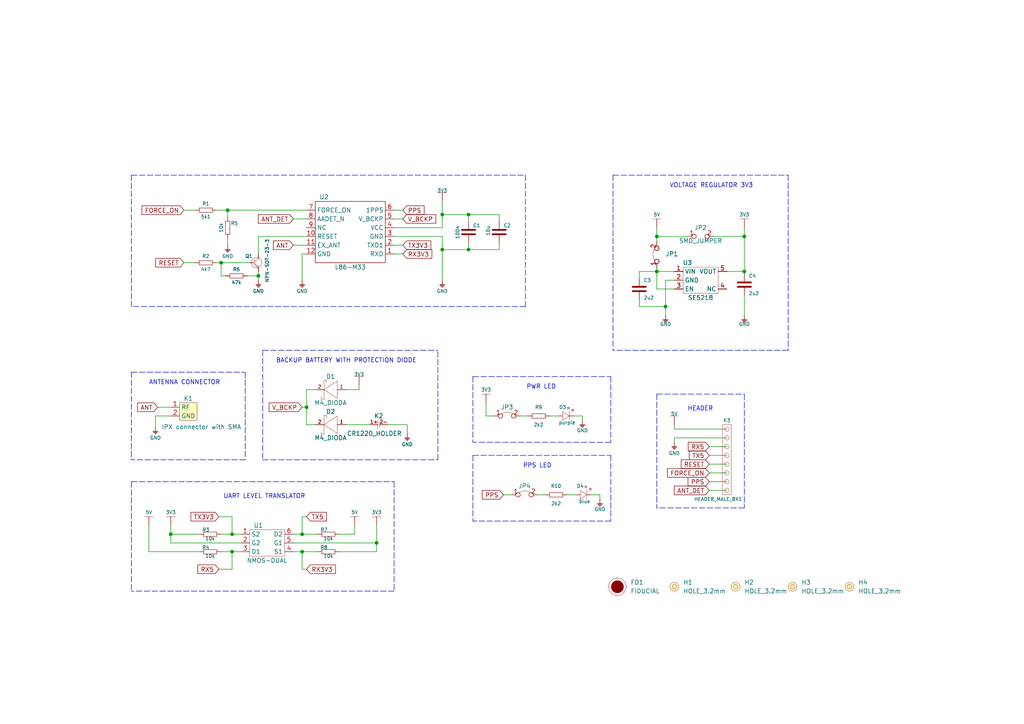
<source format=kicad_sch>
(kicad_sch (version 20211123) (generator eeschema)

  (uuid e8c15a3a-563c-4eb9-95db-9b04935c6fbe)

  (paper "A4")

  (title_block
    (title "GNSS GPS L86-M33 breakout")
    (date "2022-12-08")
    (rev "V1.2.0")
    (company "SOLDERED")
    (comment 1 "333201")
  )

  (lib_symbols
    (symbol "GND_1" (power) (pin_names (offset 0)) (in_bom yes) (on_board yes)
      (property "Reference" "#PWR" (id 0) (at 4.445 0 0)
        (effects (font (size 1 1)) hide)
      )
      (property "Value" "GND_1" (id 1) (at 0 -2.921 0)
        (effects (font (size 1 1)))
      )
      (property "Footprint" "" (id 2) (at 4.445 3.81 0)
        (effects (font (size 1 1)) hide)
      )
      (property "Datasheet" "" (id 3) (at 4.445 3.81 0)
        (effects (font (size 1 1)) hide)
      )
      (property "ki_keywords" "power-flag" (id 4) (at 0 0 0)
        (effects (font (size 1.27 1.27)) hide)
      )
      (property "ki_description" "Power symbol creates a global label with name \"GND\"" (id 5) (at 0 0 0)
        (effects (font (size 1.27 1.27)) hide)
      )
      (symbol "GND_1_0_1"
        (polyline
          (pts
            (xy -0.762 -1.27)
            (xy 0.762 -1.27)
          )
          (stroke (width 0.16) (type default) (color 0 0 0 0))
          (fill (type none))
        )
        (polyline
          (pts
            (xy -0.635 -1.524)
            (xy 0.635 -1.524)
          )
          (stroke (width 0.16) (type default) (color 0 0 0 0))
          (fill (type none))
        )
        (polyline
          (pts
            (xy -0.381 -1.778)
            (xy 0.381 -1.778)
          )
          (stroke (width 0.16) (type default) (color 0 0 0 0))
          (fill (type none))
        )
        (polyline
          (pts
            (xy -0.127 -2.032)
            (xy 0.127 -2.032)
          )
          (stroke (width 0.16) (type default) (color 0 0 0 0))
          (fill (type none))
        )
        (polyline
          (pts
            (xy 0 0)
            (xy 0 -1.27)
          )
          (stroke (width 0.16) (type default) (color 0 0 0 0))
          (fill (type none))
        )
      )
      (symbol "GND_1_1_1"
        (pin power_in line (at 0 0 270) (length 0) hide
          (name "GND" (effects (font (size 1.27 1.27))))
          (number "1" (effects (font (size 1.27 1.27))))
        )
      )
    )
    (symbol "GND_10" (power) (pin_names (offset 0)) (in_bom yes) (on_board yes)
      (property "Reference" "#PWR" (id 0) (at 4.445 0 0)
        (effects (font (size 1 1)) hide)
      )
      (property "Value" "GND_10" (id 1) (at 0 -2.921 0)
        (effects (font (size 1 1)))
      )
      (property "Footprint" "" (id 2) (at 4.445 3.81 0)
        (effects (font (size 1 1)) hide)
      )
      (property "Datasheet" "" (id 3) (at 4.445 3.81 0)
        (effects (font (size 1 1)) hide)
      )
      (property "ki_keywords" "power-flag" (id 4) (at 0 0 0)
        (effects (font (size 1.27 1.27)) hide)
      )
      (property "ki_description" "Power symbol creates a global label with name \"GND\"" (id 5) (at 0 0 0)
        (effects (font (size 1.27 1.27)) hide)
      )
      (symbol "GND_10_0_1"
        (polyline
          (pts
            (xy -0.762 -1.27)
            (xy 0.762 -1.27)
          )
          (stroke (width 0.16) (type default) (color 0 0 0 0))
          (fill (type none))
        )
        (polyline
          (pts
            (xy -0.635 -1.524)
            (xy 0.635 -1.524)
          )
          (stroke (width 0.16) (type default) (color 0 0 0 0))
          (fill (type none))
        )
        (polyline
          (pts
            (xy -0.381 -1.778)
            (xy 0.381 -1.778)
          )
          (stroke (width 0.16) (type default) (color 0 0 0 0))
          (fill (type none))
        )
        (polyline
          (pts
            (xy -0.127 -2.032)
            (xy 0.127 -2.032)
          )
          (stroke (width 0.16) (type default) (color 0 0 0 0))
          (fill (type none))
        )
        (polyline
          (pts
            (xy 0 0)
            (xy 0 -1.27)
          )
          (stroke (width 0.16) (type default) (color 0 0 0 0))
          (fill (type none))
        )
      )
      (symbol "GND_10_1_1"
        (pin power_in line (at 0 0 270) (length 0) hide
          (name "GND" (effects (font (size 1.27 1.27))))
          (number "1" (effects (font (size 1.27 1.27))))
        )
      )
    )
    (symbol "GND_2" (power) (pin_names (offset 0)) (in_bom yes) (on_board yes)
      (property "Reference" "#PWR" (id 0) (at 4.445 0 0)
        (effects (font (size 1 1)) hide)
      )
      (property "Value" "GND_2" (id 1) (at 0 -2.921 0)
        (effects (font (size 1 1)))
      )
      (property "Footprint" "" (id 2) (at 4.445 3.81 0)
        (effects (font (size 1 1)) hide)
      )
      (property "Datasheet" "" (id 3) (at 4.445 3.81 0)
        (effects (font (size 1 1)) hide)
      )
      (property "ki_keywords" "power-flag" (id 4) (at 0 0 0)
        (effects (font (size 1.27 1.27)) hide)
      )
      (property "ki_description" "Power symbol creates a global label with name \"GND\"" (id 5) (at 0 0 0)
        (effects (font (size 1.27 1.27)) hide)
      )
      (symbol "GND_2_0_1"
        (polyline
          (pts
            (xy -0.762 -1.27)
            (xy 0.762 -1.27)
          )
          (stroke (width 0.16) (type default) (color 0 0 0 0))
          (fill (type none))
        )
        (polyline
          (pts
            (xy -0.635 -1.524)
            (xy 0.635 -1.524)
          )
          (stroke (width 0.16) (type default) (color 0 0 0 0))
          (fill (type none))
        )
        (polyline
          (pts
            (xy -0.381 -1.778)
            (xy 0.381 -1.778)
          )
          (stroke (width 0.16) (type default) (color 0 0 0 0))
          (fill (type none))
        )
        (polyline
          (pts
            (xy -0.127 -2.032)
            (xy 0.127 -2.032)
          )
          (stroke (width 0.16) (type default) (color 0 0 0 0))
          (fill (type none))
        )
        (polyline
          (pts
            (xy 0 0)
            (xy 0 -1.27)
          )
          (stroke (width 0.16) (type default) (color 0 0 0 0))
          (fill (type none))
        )
      )
      (symbol "GND_2_1_1"
        (pin power_in line (at 0 0 270) (length 0) hide
          (name "GND" (effects (font (size 1.27 1.27))))
          (number "1" (effects (font (size 1.27 1.27))))
        )
      )
    )
    (symbol "GND_3" (power) (pin_names (offset 0)) (in_bom yes) (on_board yes)
      (property "Reference" "#PWR" (id 0) (at 4.445 0 0)
        (effects (font (size 1 1)) hide)
      )
      (property "Value" "GND_3" (id 1) (at 0 -2.921 0)
        (effects (font (size 1 1)))
      )
      (property "Footprint" "" (id 2) (at 4.445 3.81 0)
        (effects (font (size 1 1)) hide)
      )
      (property "Datasheet" "" (id 3) (at 4.445 3.81 0)
        (effects (font (size 1 1)) hide)
      )
      (property "ki_keywords" "power-flag" (id 4) (at 0 0 0)
        (effects (font (size 1.27 1.27)) hide)
      )
      (property "ki_description" "Power symbol creates a global label with name \"GND\"" (id 5) (at 0 0 0)
        (effects (font (size 1.27 1.27)) hide)
      )
      (symbol "GND_3_0_1"
        (polyline
          (pts
            (xy -0.762 -1.27)
            (xy 0.762 -1.27)
          )
          (stroke (width 0.16) (type default) (color 0 0 0 0))
          (fill (type none))
        )
        (polyline
          (pts
            (xy -0.635 -1.524)
            (xy 0.635 -1.524)
          )
          (stroke (width 0.16) (type default) (color 0 0 0 0))
          (fill (type none))
        )
        (polyline
          (pts
            (xy -0.381 -1.778)
            (xy 0.381 -1.778)
          )
          (stroke (width 0.16) (type default) (color 0 0 0 0))
          (fill (type none))
        )
        (polyline
          (pts
            (xy -0.127 -2.032)
            (xy 0.127 -2.032)
          )
          (stroke (width 0.16) (type default) (color 0 0 0 0))
          (fill (type none))
        )
        (polyline
          (pts
            (xy 0 0)
            (xy 0 -1.27)
          )
          (stroke (width 0.16) (type default) (color 0 0 0 0))
          (fill (type none))
        )
      )
      (symbol "GND_3_1_1"
        (pin power_in line (at 0 0 270) (length 0) hide
          (name "GND" (effects (font (size 1.27 1.27))))
          (number "1" (effects (font (size 1.27 1.27))))
        )
      )
    )
    (symbol "GND_4" (power) (pin_names (offset 0)) (in_bom yes) (on_board yes)
      (property "Reference" "#PWR" (id 0) (at 4.445 0 0)
        (effects (font (size 1 1)) hide)
      )
      (property "Value" "GND_4" (id 1) (at 0 -2.921 0)
        (effects (font (size 1 1)))
      )
      (property "Footprint" "" (id 2) (at 4.445 3.81 0)
        (effects (font (size 1 1)) hide)
      )
      (property "Datasheet" "" (id 3) (at 4.445 3.81 0)
        (effects (font (size 1 1)) hide)
      )
      (property "ki_keywords" "power-flag" (id 4) (at 0 0 0)
        (effects (font (size 1.27 1.27)) hide)
      )
      (property "ki_description" "Power symbol creates a global label with name \"GND\"" (id 5) (at 0 0 0)
        (effects (font (size 1.27 1.27)) hide)
      )
      (symbol "GND_4_0_1"
        (polyline
          (pts
            (xy -0.762 -1.27)
            (xy 0.762 -1.27)
          )
          (stroke (width 0.16) (type default) (color 0 0 0 0))
          (fill (type none))
        )
        (polyline
          (pts
            (xy -0.635 -1.524)
            (xy 0.635 -1.524)
          )
          (stroke (width 0.16) (type default) (color 0 0 0 0))
          (fill (type none))
        )
        (polyline
          (pts
            (xy -0.381 -1.778)
            (xy 0.381 -1.778)
          )
          (stroke (width 0.16) (type default) (color 0 0 0 0))
          (fill (type none))
        )
        (polyline
          (pts
            (xy -0.127 -2.032)
            (xy 0.127 -2.032)
          )
          (stroke (width 0.16) (type default) (color 0 0 0 0))
          (fill (type none))
        )
        (polyline
          (pts
            (xy 0 0)
            (xy 0 -1.27)
          )
          (stroke (width 0.16) (type default) (color 0 0 0 0))
          (fill (type none))
        )
      )
      (symbol "GND_4_1_1"
        (pin power_in line (at 0 0 270) (length 0) hide
          (name "GND" (effects (font (size 1.27 1.27))))
          (number "1" (effects (font (size 1.27 1.27))))
        )
      )
    )
    (symbol "GND_5" (power) (pin_names (offset 0)) (in_bom yes) (on_board yes)
      (property "Reference" "#PWR" (id 0) (at 4.445 0 0)
        (effects (font (size 1 1)) hide)
      )
      (property "Value" "GND_5" (id 1) (at 0 -2.921 0)
        (effects (font (size 1 1)))
      )
      (property "Footprint" "" (id 2) (at 4.445 3.81 0)
        (effects (font (size 1 1)) hide)
      )
      (property "Datasheet" "" (id 3) (at 4.445 3.81 0)
        (effects (font (size 1 1)) hide)
      )
      (property "ki_keywords" "power-flag" (id 4) (at 0 0 0)
        (effects (font (size 1.27 1.27)) hide)
      )
      (property "ki_description" "Power symbol creates a global label with name \"GND\"" (id 5) (at 0 0 0)
        (effects (font (size 1.27 1.27)) hide)
      )
      (symbol "GND_5_0_1"
        (polyline
          (pts
            (xy -0.762 -1.27)
            (xy 0.762 -1.27)
          )
          (stroke (width 0.16) (type default) (color 0 0 0 0))
          (fill (type none))
        )
        (polyline
          (pts
            (xy -0.635 -1.524)
            (xy 0.635 -1.524)
          )
          (stroke (width 0.16) (type default) (color 0 0 0 0))
          (fill (type none))
        )
        (polyline
          (pts
            (xy -0.381 -1.778)
            (xy 0.381 -1.778)
          )
          (stroke (width 0.16) (type default) (color 0 0 0 0))
          (fill (type none))
        )
        (polyline
          (pts
            (xy -0.127 -2.032)
            (xy 0.127 -2.032)
          )
          (stroke (width 0.16) (type default) (color 0 0 0 0))
          (fill (type none))
        )
        (polyline
          (pts
            (xy 0 0)
            (xy 0 -1.27)
          )
          (stroke (width 0.16) (type default) (color 0 0 0 0))
          (fill (type none))
        )
      )
      (symbol "GND_5_1_1"
        (pin power_in line (at 0 0 270) (length 0) hide
          (name "GND" (effects (font (size 1.27 1.27))))
          (number "1" (effects (font (size 1.27 1.27))))
        )
      )
    )
    (symbol "GND_6" (power) (pin_names (offset 0)) (in_bom yes) (on_board yes)
      (property "Reference" "#PWR" (id 0) (at 4.445 0 0)
        (effects (font (size 1 1)) hide)
      )
      (property "Value" "GND_6" (id 1) (at 0 -2.921 0)
        (effects (font (size 1 1)))
      )
      (property "Footprint" "" (id 2) (at 4.445 3.81 0)
        (effects (font (size 1 1)) hide)
      )
      (property "Datasheet" "" (id 3) (at 4.445 3.81 0)
        (effects (font (size 1 1)) hide)
      )
      (property "ki_keywords" "power-flag" (id 4) (at 0 0 0)
        (effects (font (size 1.27 1.27)) hide)
      )
      (property "ki_description" "Power symbol creates a global label with name \"GND\"" (id 5) (at 0 0 0)
        (effects (font (size 1.27 1.27)) hide)
      )
      (symbol "GND_6_0_1"
        (polyline
          (pts
            (xy -0.762 -1.27)
            (xy 0.762 -1.27)
          )
          (stroke (width 0.16) (type default) (color 0 0 0 0))
          (fill (type none))
        )
        (polyline
          (pts
            (xy -0.635 -1.524)
            (xy 0.635 -1.524)
          )
          (stroke (width 0.16) (type default) (color 0 0 0 0))
          (fill (type none))
        )
        (polyline
          (pts
            (xy -0.381 -1.778)
            (xy 0.381 -1.778)
          )
          (stroke (width 0.16) (type default) (color 0 0 0 0))
          (fill (type none))
        )
        (polyline
          (pts
            (xy -0.127 -2.032)
            (xy 0.127 -2.032)
          )
          (stroke (width 0.16) (type default) (color 0 0 0 0))
          (fill (type none))
        )
        (polyline
          (pts
            (xy 0 0)
            (xy 0 -1.27)
          )
          (stroke (width 0.16) (type default) (color 0 0 0 0))
          (fill (type none))
        )
      )
      (symbol "GND_6_1_1"
        (pin power_in line (at 0 0 270) (length 0) hide
          (name "GND" (effects (font (size 1.27 1.27))))
          (number "1" (effects (font (size 1.27 1.27))))
        )
      )
    )
    (symbol "GND_7" (power) (pin_names (offset 0)) (in_bom yes) (on_board yes)
      (property "Reference" "#PWR" (id 0) (at 4.445 0 0)
        (effects (font (size 1 1)) hide)
      )
      (property "Value" "GND_7" (id 1) (at 0 -2.921 0)
        (effects (font (size 1 1)))
      )
      (property "Footprint" "" (id 2) (at 4.445 3.81 0)
        (effects (font (size 1 1)) hide)
      )
      (property "Datasheet" "" (id 3) (at 4.445 3.81 0)
        (effects (font (size 1 1)) hide)
      )
      (property "ki_keywords" "power-flag" (id 4) (at 0 0 0)
        (effects (font (size 1.27 1.27)) hide)
      )
      (property "ki_description" "Power symbol creates a global label with name \"GND\"" (id 5) (at 0 0 0)
        (effects (font (size 1.27 1.27)) hide)
      )
      (symbol "GND_7_0_1"
        (polyline
          (pts
            (xy -0.762 -1.27)
            (xy 0.762 -1.27)
          )
          (stroke (width 0.16) (type default) (color 0 0 0 0))
          (fill (type none))
        )
        (polyline
          (pts
            (xy -0.635 -1.524)
            (xy 0.635 -1.524)
          )
          (stroke (width 0.16) (type default) (color 0 0 0 0))
          (fill (type none))
        )
        (polyline
          (pts
            (xy -0.381 -1.778)
            (xy 0.381 -1.778)
          )
          (stroke (width 0.16) (type default) (color 0 0 0 0))
          (fill (type none))
        )
        (polyline
          (pts
            (xy -0.127 -2.032)
            (xy 0.127 -2.032)
          )
          (stroke (width 0.16) (type default) (color 0 0 0 0))
          (fill (type none))
        )
        (polyline
          (pts
            (xy 0 0)
            (xy 0 -1.27)
          )
          (stroke (width 0.16) (type default) (color 0 0 0 0))
          (fill (type none))
        )
      )
      (symbol "GND_7_1_1"
        (pin power_in line (at 0 0 270) (length 0) hide
          (name "GND" (effects (font (size 1.27 1.27))))
          (number "1" (effects (font (size 1.27 1.27))))
        )
      )
    )
    (symbol "GND_8" (power) (pin_names (offset 0)) (in_bom yes) (on_board yes)
      (property "Reference" "#PWR" (id 0) (at 4.445 0 0)
        (effects (font (size 1 1)) hide)
      )
      (property "Value" "GND_8" (id 1) (at 0 -2.921 0)
        (effects (font (size 1 1)))
      )
      (property "Footprint" "" (id 2) (at 4.445 3.81 0)
        (effects (font (size 1 1)) hide)
      )
      (property "Datasheet" "" (id 3) (at 4.445 3.81 0)
        (effects (font (size 1 1)) hide)
      )
      (property "ki_keywords" "power-flag" (id 4) (at 0 0 0)
        (effects (font (size 1.27 1.27)) hide)
      )
      (property "ki_description" "Power symbol creates a global label with name \"GND\"" (id 5) (at 0 0 0)
        (effects (font (size 1.27 1.27)) hide)
      )
      (symbol "GND_8_0_1"
        (polyline
          (pts
            (xy -0.762 -1.27)
            (xy 0.762 -1.27)
          )
          (stroke (width 0.16) (type default) (color 0 0 0 0))
          (fill (type none))
        )
        (polyline
          (pts
            (xy -0.635 -1.524)
            (xy 0.635 -1.524)
          )
          (stroke (width 0.16) (type default) (color 0 0 0 0))
          (fill (type none))
        )
        (polyline
          (pts
            (xy -0.381 -1.778)
            (xy 0.381 -1.778)
          )
          (stroke (width 0.16) (type default) (color 0 0 0 0))
          (fill (type none))
        )
        (polyline
          (pts
            (xy -0.127 -2.032)
            (xy 0.127 -2.032)
          )
          (stroke (width 0.16) (type default) (color 0 0 0 0))
          (fill (type none))
        )
        (polyline
          (pts
            (xy 0 0)
            (xy 0 -1.27)
          )
          (stroke (width 0.16) (type default) (color 0 0 0 0))
          (fill (type none))
        )
      )
      (symbol "GND_8_1_1"
        (pin power_in line (at 0 0 270) (length 0) hide
          (name "GND" (effects (font (size 1.27 1.27))))
          (number "1" (effects (font (size 1.27 1.27))))
        )
      )
    )
    (symbol "GND_9" (power) (pin_names (offset 0)) (in_bom yes) (on_board yes)
      (property "Reference" "#PWR" (id 0) (at 4.445 0 0)
        (effects (font (size 1 1)) hide)
      )
      (property "Value" "GND_9" (id 1) (at 0 -2.921 0)
        (effects (font (size 1 1)))
      )
      (property "Footprint" "" (id 2) (at 4.445 3.81 0)
        (effects (font (size 1 1)) hide)
      )
      (property "Datasheet" "" (id 3) (at 4.445 3.81 0)
        (effects (font (size 1 1)) hide)
      )
      (property "ki_keywords" "power-flag" (id 4) (at 0 0 0)
        (effects (font (size 1.27 1.27)) hide)
      )
      (property "ki_description" "Power symbol creates a global label with name \"GND\"" (id 5) (at 0 0 0)
        (effects (font (size 1.27 1.27)) hide)
      )
      (symbol "GND_9_0_1"
        (polyline
          (pts
            (xy -0.762 -1.27)
            (xy 0.762 -1.27)
          )
          (stroke (width 0.16) (type default) (color 0 0 0 0))
          (fill (type none))
        )
        (polyline
          (pts
            (xy -0.635 -1.524)
            (xy 0.635 -1.524)
          )
          (stroke (width 0.16) (type default) (color 0 0 0 0))
          (fill (type none))
        )
        (polyline
          (pts
            (xy -0.381 -1.778)
            (xy 0.381 -1.778)
          )
          (stroke (width 0.16) (type default) (color 0 0 0 0))
          (fill (type none))
        )
        (polyline
          (pts
            (xy -0.127 -2.032)
            (xy 0.127 -2.032)
          )
          (stroke (width 0.16) (type default) (color 0 0 0 0))
          (fill (type none))
        )
        (polyline
          (pts
            (xy 0 0)
            (xy 0 -1.27)
          )
          (stroke (width 0.16) (type default) (color 0 0 0 0))
          (fill (type none))
        )
      )
      (symbol "GND_9_1_1"
        (pin power_in line (at 0 0 270) (length 0) hide
          (name "GND" (effects (font (size 1.27 1.27))))
          (number "1" (effects (font (size 1.27 1.27))))
        )
      )
    )
    (symbol "e-radionica.com schematics:0402LED" (pin_numbers hide) (pin_names (offset 0.254) hide) (in_bom yes) (on_board yes)
      (property "Reference" "D" (id 0) (at -0.635 2.54 0)
        (effects (font (size 1 1)))
      )
      (property "Value" "0402LED" (id 1) (at 0 -2.54 0)
        (effects (font (size 1 1)))
      )
      (property "Footprint" "e-radionica.com footprinti:0402LED" (id 2) (at 0 5.08 0)
        (effects (font (size 1 1)) hide)
      )
      (property "Datasheet" "" (id 3) (at 0 0 0)
        (effects (font (size 1 1)) hide)
      )
      (symbol "0402LED_0_1"
        (polyline
          (pts
            (xy -0.635 1.27)
            (xy 1.27 0)
          )
          (stroke (width 0.0006) (type default) (color 0 0 0 0))
          (fill (type none))
        )
        (polyline
          (pts
            (xy 0.635 1.905)
            (xy 1.27 2.54)
          )
          (stroke (width 0.0006) (type default) (color 0 0 0 0))
          (fill (type none))
        )
        (polyline
          (pts
            (xy 1.27 1.27)
            (xy 1.27 -1.27)
          )
          (stroke (width 0.0006) (type default) (color 0 0 0 0))
          (fill (type none))
        )
        (polyline
          (pts
            (xy 1.905 1.27)
            (xy 2.54 1.905)
          )
          (stroke (width 0.0006) (type default) (color 0 0 0 0))
          (fill (type none))
        )
        (polyline
          (pts
            (xy -0.635 1.27)
            (xy -0.635 -1.27)
            (xy 1.27 0)
          )
          (stroke (width 0.0006) (type default) (color 0 0 0 0))
          (fill (type none))
        )
        (polyline
          (pts
            (xy 1.27 2.54)
            (xy 0.635 2.54)
            (xy 1.27 1.905)
            (xy 1.27 2.54)
          )
          (stroke (width 0.0006) (type default) (color 0 0 0 0))
          (fill (type none))
        )
        (polyline
          (pts
            (xy 2.54 1.905)
            (xy 1.905 1.905)
            (xy 2.54 1.27)
            (xy 2.54 1.905)
          )
          (stroke (width 0.0006) (type default) (color 0 0 0 0))
          (fill (type none))
        )
      )
      (symbol "0402LED_1_1"
        (pin passive line (at -1.905 0 0) (length 1.27)
          (name "A" (effects (font (size 1.27 1.27))))
          (number "1" (effects (font (size 1.27 1.27))))
        )
        (pin passive line (at 2.54 0 180) (length 1.27)
          (name "K" (effects (font (size 1.27 1.27))))
          (number "2" (effects (font (size 1.27 1.27))))
        )
      )
    )
    (symbol "e-radionica.com schematics:0402R" (pin_numbers hide) (pin_names (offset 0.254)) (in_bom yes) (on_board yes)
      (property "Reference" "R" (id 0) (at -1.905 1.27 0)
        (effects (font (size 1 1)))
      )
      (property "Value" "0402R" (id 1) (at 0 -1.27 0)
        (effects (font (size 1 1)))
      )
      (property "Footprint" "e-radionica.com footprinti:0402R" (id 2) (at -2.54 1.905 0)
        (effects (font (size 1 1)) hide)
      )
      (property "Datasheet" "" (id 3) (at -2.54 1.905 0)
        (effects (font (size 1 1)) hide)
      )
      (symbol "0402R_0_1"
        (rectangle (start -1.905 -0.635) (end 1.905 -0.6604)
          (stroke (width 0.1) (type default) (color 0 0 0 0))
          (fill (type none))
        )
        (rectangle (start -1.905 0.635) (end -1.8796 -0.635)
          (stroke (width 0.1) (type default) (color 0 0 0 0))
          (fill (type none))
        )
        (rectangle (start -1.905 0.635) (end 1.905 0.6096)
          (stroke (width 0.1) (type default) (color 0 0 0 0))
          (fill (type none))
        )
        (rectangle (start 1.905 0.635) (end 1.9304 -0.635)
          (stroke (width 0.1) (type default) (color 0 0 0 0))
          (fill (type none))
        )
      )
      (symbol "0402R_1_1"
        (pin passive line (at -3.175 0 0) (length 1.27)
          (name "~" (effects (font (size 1.27 1.27))))
          (number "1" (effects (font (size 1.27 1.27))))
        )
        (pin passive line (at 3.175 0 180) (length 1.27)
          (name "~" (effects (font (size 1.27 1.27))))
          (number "2" (effects (font (size 1.27 1.27))))
        )
      )
    )
    (symbol "e-radionica.com schematics:0603C" (pin_numbers hide) (pin_names (offset 0.002)) (in_bom yes) (on_board yes)
      (property "Reference" "C" (id 0) (at -0.635 3.175 0)
        (effects (font (size 1 1)))
      )
      (property "Value" "0603C" (id 1) (at 0 -3.175 0)
        (effects (font (size 1 1)))
      )
      (property "Footprint" "e-radionica.com footprinti:0603C" (id 2) (at 0 0 0)
        (effects (font (size 1 1)) hide)
      )
      (property "Datasheet" "" (id 3) (at 0 0 0)
        (effects (font (size 1 1)) hide)
      )
      (symbol "0603C_0_1"
        (polyline
          (pts
            (xy -0.635 1.905)
            (xy -0.635 -1.905)
          )
          (stroke (width 0.5) (type default) (color 0 0 0 0))
          (fill (type none))
        )
        (polyline
          (pts
            (xy 0.635 1.905)
            (xy 0.635 -1.905)
          )
          (stroke (width 0.5) (type default) (color 0 0 0 0))
          (fill (type none))
        )
      )
      (symbol "0603C_1_1"
        (pin passive line (at -3.175 0 0) (length 2.54)
          (name "~" (effects (font (size 1.27 1.27))))
          (number "1" (effects (font (size 1.27 1.27))))
        )
        (pin passive line (at 3.175 0 180) (length 2.54)
          (name "~" (effects (font (size 1.27 1.27))))
          (number "2" (effects (font (size 1.27 1.27))))
        )
      )
    )
    (symbol "e-radionica.com schematics:0603R" (pin_numbers hide) (pin_names (offset 0.254)) (in_bom yes) (on_board yes)
      (property "Reference" "R" (id 0) (at -1.905 1.905 0)
        (effects (font (size 1 1)))
      )
      (property "Value" "0603R" (id 1) (at 0 -1.905 0)
        (effects (font (size 1 1)))
      )
      (property "Footprint" "e-radionica.com footprinti:0603R" (id 2) (at -0.635 1.905 0)
        (effects (font (size 1 1)) hide)
      )
      (property "Datasheet" "" (id 3) (at -0.635 1.905 0)
        (effects (font (size 1 1)) hide)
      )
      (symbol "0603R_0_1"
        (rectangle (start -1.905 -0.635) (end 1.905 -0.6604)
          (stroke (width 0.1) (type default) (color 0 0 0 0))
          (fill (type none))
        )
        (rectangle (start -1.905 0.635) (end -1.8796 -0.635)
          (stroke (width 0.1) (type default) (color 0 0 0 0))
          (fill (type none))
        )
        (rectangle (start -1.905 0.635) (end 1.905 0.6096)
          (stroke (width 0.1) (type default) (color 0 0 0 0))
          (fill (type none))
        )
        (rectangle (start 1.905 0.635) (end 1.9304 -0.635)
          (stroke (width 0.1) (type default) (color 0 0 0 0))
          (fill (type none))
        )
      )
      (symbol "0603R_1_1"
        (pin passive line (at -3.175 0 0) (length 1.27)
          (name "~" (effects (font (size 1.27 1.27))))
          (number "1" (effects (font (size 1.27 1.27))))
        )
        (pin passive line (at 3.175 0 180) (length 1.27)
          (name "~" (effects (font (size 1.27 1.27))))
          (number "2" (effects (font (size 1.27 1.27))))
        )
      )
    )
    (symbol "e-radionica.com schematics:1206C" (pin_numbers hide) (in_bom yes) (on_board yes)
      (property "Reference" "C" (id 0) (at -0.635 3.175 0)
        (effects (font (size 1 1)))
      )
      (property "Value" "1206C" (id 1) (at 0 -3.175 0)
        (effects (font (size 1 1)))
      )
      (property "Footprint" "e-radionica.com footprinti:1206C" (id 2) (at 0 0 0)
        (effects (font (size 1 1)) hide)
      )
      (property "Datasheet" "" (id 3) (at 0 0 0)
        (effects (font (size 1 1)) hide)
      )
      (symbol "1206C_0_1"
        (polyline
          (pts
            (xy -0.635 1.905)
            (xy -0.635 -1.905)
          )
          (stroke (width 0.5) (type default) (color 0 0 0 0))
          (fill (type none))
        )
        (polyline
          (pts
            (xy 0.635 1.905)
            (xy 0.635 -1.905)
          )
          (stroke (width 0.5) (type default) (color 0 0 0 0))
          (fill (type none))
        )
      )
      (symbol "1206C_1_1"
        (pin passive line (at -3.175 0 0) (length 2.54)
          (name "~" (effects (font (size 1.27 1.27))))
          (number "1" (effects (font (size 1.27 1.27))))
        )
        (pin passive line (at 3.175 0 180) (length 2.54)
          (name "~" (effects (font (size 1.27 1.27))))
          (number "2" (effects (font (size 1.27 1.27))))
        )
      )
    )
    (symbol "e-radionica.com schematics:3V3" (power) (pin_names (offset 0)) (in_bom yes) (on_board yes)
      (property "Reference" "#PWR" (id 0) (at 4.445 0 0)
        (effects (font (size 1 1)) hide)
      )
      (property "Value" "3V3" (id 1) (at 0 3.556 0)
        (effects (font (size 1 1)))
      )
      (property "Footprint" "" (id 2) (at 4.445 3.81 0)
        (effects (font (size 1 1)) hide)
      )
      (property "Datasheet" "" (id 3) (at 4.445 3.81 0)
        (effects (font (size 1 1)) hide)
      )
      (property "ki_keywords" "power-flag" (id 4) (at 0 0 0)
        (effects (font (size 1.27 1.27)) hide)
      )
      (property "ki_description" "Power symbol creates a global label with name \"3V3\"" (id 5) (at 0 0 0)
        (effects (font (size 1.27 1.27)) hide)
      )
      (symbol "3V3_0_1"
        (polyline
          (pts
            (xy -1.27 2.54)
            (xy 1.27 2.54)
          )
          (stroke (width 0.0006) (type default) (color 0 0 0 0))
          (fill (type none))
        )
        (polyline
          (pts
            (xy 0 0)
            (xy 0 2.54)
          )
          (stroke (width 0) (type default) (color 0 0 0 0))
          (fill (type none))
        )
      )
      (symbol "3V3_1_1"
        (pin power_in line (at 0 0 90) (length 0) hide
          (name "3V3" (effects (font (size 1.27 1.27))))
          (number "1" (effects (font (size 1.27 1.27))))
        )
      )
    )
    (symbol "e-radionica.com schematics:5V" (power) (pin_names (offset 0)) (in_bom yes) (on_board yes)
      (property "Reference" "#PWR" (id 0) (at 4.445 0 0)
        (effects (font (size 1 1)) hide)
      )
      (property "Value" "5V" (id 1) (at 0 3.556 0)
        (effects (font (size 1 1)))
      )
      (property "Footprint" "" (id 2) (at 4.445 3.81 0)
        (effects (font (size 1 1)) hide)
      )
      (property "Datasheet" "" (id 3) (at 4.445 3.81 0)
        (effects (font (size 1 1)) hide)
      )
      (property "ki_keywords" "power-flag" (id 4) (at 0 0 0)
        (effects (font (size 1.27 1.27)) hide)
      )
      (property "ki_description" "Power symbol creates a global label with name \"5V\"" (id 5) (at 0 0 0)
        (effects (font (size 1.27 1.27)) hide)
      )
      (symbol "5V_0_1"
        (polyline
          (pts
            (xy -1.27 2.54)
            (xy 1.27 2.54)
          )
          (stroke (width 0.0006) (type default) (color 0 0 0 0))
          (fill (type none))
        )
        (polyline
          (pts
            (xy 0 0)
            (xy 0 2.54)
          )
          (stroke (width 0) (type default) (color 0 0 0 0))
          (fill (type none))
        )
      )
      (symbol "5V_1_1"
        (pin power_in line (at 0 0 90) (length 0) hide
          (name "5V" (effects (font (size 1.27 1.27))))
          (number "1" (effects (font (size 1.27 1.27))))
        )
      )
    )
    (symbol "e-radionica.com schematics:CR1220_HOLDER" (in_bom yes) (on_board yes)
      (property "Reference" "K" (id 0) (at 0 2.54 0)
        (effects (font (size 1.27 1.27)))
      )
      (property "Value" "CR1220_HOLDER" (id 1) (at 0 -2.286 0)
        (effects (font (size 1.27 1.27)))
      )
      (property "Footprint" "e-radionica.com footprinti:CR1220_HOLDER" (id 2) (at -1.27 5.08 0)
        (effects (font (size 1.27 1.27)) hide)
      )
      (property "Datasheet" "" (id 3) (at -0.254 0 0)
        (effects (font (size 1.27 1.27)) hide)
      )
      (symbol "CR1220_HOLDER_0_1"
        (polyline
          (pts
            (xy -0.254 -1.3462)
            (xy -0.254 1.27)
            (xy -0.254 -0.762)
          )
          (stroke (width 0.0006) (type default) (color 0 0 0 0))
          (fill (type none))
        )
        (polyline
          (pts
            (xy 0.254 1.016)
            (xy 0.254 -1.016)
            (xy 0.254 -0.762)
          )
          (stroke (width 0.0006) (type default) (color 0 0 0 0))
          (fill (type none))
        )
      )
      (symbol "CR1220_HOLDER_1_1"
        (pin input line (at -2.54 0 0) (length 2.3)
          (name "" (effects (font (size 1 1))))
          (number "1+" (effects (font (size 1 1))))
        )
        (pin output line (at 2.54 0 180) (length 2.3)
          (name "" (effects (font (size 1 1))))
          (number "2-" (effects (font (size 1 1))))
        )
      )
    )
    (symbol "e-radionica.com schematics:FIDUCIAL" (in_bom no) (on_board yes)
      (property "Reference" "FD" (id 0) (at 0 3.81 0)
        (effects (font (size 1.27 1.27)))
      )
      (property "Value" "FIDUCIAL" (id 1) (at 0 -3.81 0)
        (effects (font (size 1.27 1.27)))
      )
      (property "Footprint" "e-radionica.com footprinti:FIDUCIAL_23" (id 2) (at 0.254 -5.334 0)
        (effects (font (size 1.27 1.27)) hide)
      )
      (property "Datasheet" "" (id 3) (at 0 0 0)
        (effects (font (size 1.27 1.27)) hide)
      )
      (symbol "FIDUCIAL_0_1"
        (polyline
          (pts
            (xy -2.54 0)
            (xy -2.794 0)
          )
          (stroke (width 0.0006) (type default) (color 0 0 0 0))
          (fill (type none))
        )
        (polyline
          (pts
            (xy 0 -2.54)
            (xy 0 -2.794)
          )
          (stroke (width 0.0006) (type default) (color 0 0 0 0))
          (fill (type none))
        )
        (polyline
          (pts
            (xy 0 2.54)
            (xy 0 2.794)
          )
          (stroke (width 0.0006) (type default) (color 0 0 0 0))
          (fill (type none))
        )
        (polyline
          (pts
            (xy 2.54 0)
            (xy 2.794 0)
          )
          (stroke (width 0.0006) (type default) (color 0 0 0 0))
          (fill (type none))
        )
        (circle (center 0 0) (radius 1.7961)
          (stroke (width 0.001) (type default) (color 0 0 0 0))
          (fill (type outline))
        )
        (circle (center 0 0) (radius 2.54)
          (stroke (width 0.0006) (type default) (color 0 0 0 0))
          (fill (type none))
        )
      )
    )
    (symbol "e-radionica.com schematics:GND" (power) (pin_names (offset 0)) (in_bom yes) (on_board yes)
      (property "Reference" "#PWR" (id 0) (at 4.445 0 0)
        (effects (font (size 1 1)) hide)
      )
      (property "Value" "GND" (id 1) (at 0 -2.921 0)
        (effects (font (size 1 1)))
      )
      (property "Footprint" "" (id 2) (at 4.445 3.81 0)
        (effects (font (size 1 1)) hide)
      )
      (property "Datasheet" "" (id 3) (at 4.445 3.81 0)
        (effects (font (size 1 1)) hide)
      )
      (property "ki_keywords" "power-flag" (id 4) (at 0 0 0)
        (effects (font (size 1.27 1.27)) hide)
      )
      (property "ki_description" "Power symbol creates a global label with name \"GND\"" (id 5) (at 0 0 0)
        (effects (font (size 1.27 1.27)) hide)
      )
      (symbol "GND_0_1"
        (polyline
          (pts
            (xy -0.762 -1.27)
            (xy 0.762 -1.27)
          )
          (stroke (width 0.16) (type default) (color 0 0 0 0))
          (fill (type none))
        )
        (polyline
          (pts
            (xy -0.635 -1.524)
            (xy 0.635 -1.524)
          )
          (stroke (width 0.16) (type default) (color 0 0 0 0))
          (fill (type none))
        )
        (polyline
          (pts
            (xy -0.381 -1.778)
            (xy 0.381 -1.778)
          )
          (stroke (width 0.16) (type default) (color 0 0 0 0))
          (fill (type none))
        )
        (polyline
          (pts
            (xy -0.127 -2.032)
            (xy 0.127 -2.032)
          )
          (stroke (width 0.16) (type default) (color 0 0 0 0))
          (fill (type none))
        )
        (polyline
          (pts
            (xy 0 0)
            (xy 0 -1.27)
          )
          (stroke (width 0.16) (type default) (color 0 0 0 0))
          (fill (type none))
        )
      )
      (symbol "GND_1_1"
        (pin power_in line (at 0 0 270) (length 0) hide
          (name "GND" (effects (font (size 1.27 1.27))))
          (number "1" (effects (font (size 1.27 1.27))))
        )
      )
    )
    (symbol "e-radionica.com schematics:HEADER_MALE_8X1" (pin_numbers hide) (pin_names hide) (in_bom yes) (on_board yes)
      (property "Reference" "K" (id 0) (at -0.635 12.7 0)
        (effects (font (size 1 1)))
      )
      (property "Value" "HEADER_MALE_8X1" (id 1) (at 0.635 -10.16 0)
        (effects (font (size 1 1)))
      )
      (property "Footprint" "e-radionica.com footprinti:HEADER_MALE_8X1" (id 2) (at 0 0 0)
        (effects (font (size 1 1)) hide)
      )
      (property "Datasheet" "" (id 3) (at 0 0 0)
        (effects (font (size 1 1)) hide)
      )
      (symbol "HEADER_MALE_8X1_0_1"
        (circle (center 0 -7.62) (radius 0.635)
          (stroke (width 0.0006) (type default) (color 0 0 0 0))
          (fill (type none))
        )
        (circle (center 0 -5.08) (radius 0.635)
          (stroke (width 0.0006) (type default) (color 0 0 0 0))
          (fill (type none))
        )
        (circle (center 0 -2.54) (radius 0.635)
          (stroke (width 0.0006) (type default) (color 0 0 0 0))
          (fill (type none))
        )
        (circle (center 0 0) (radius 0.635)
          (stroke (width 0.0006) (type default) (color 0 0 0 0))
          (fill (type none))
        )
        (circle (center 0 2.54) (radius 0.635)
          (stroke (width 0.0006) (type default) (color 0 0 0 0))
          (fill (type none))
        )
        (circle (center 0 5.08) (radius 0.635)
          (stroke (width 0.0006) (type default) (color 0 0 0 0))
          (fill (type none))
        )
        (circle (center 0 7.62) (radius 0.635)
          (stroke (width 0.0006) (type default) (color 0 0 0 0))
          (fill (type none))
        )
        (circle (center 0 10.16) (radius 0.635)
          (stroke (width 0.0006) (type default) (color 0 0 0 0))
          (fill (type none))
        )
        (rectangle (start 1.27 -8.89) (end -1.27 11.43)
          (stroke (width 0.0006) (type default) (color 0 0 0 0))
          (fill (type none))
        )
      )
      (symbol "HEADER_MALE_8X1_1_1"
        (pin passive line (at 0 -7.62 180) (length 0)
          (name "~" (effects (font (size 0.991 0.991))))
          (number "1" (effects (font (size 0.991 0.991))))
        )
        (pin passive line (at 0 -5.08 180) (length 0)
          (name "~" (effects (font (size 0.991 0.991))))
          (number "2" (effects (font (size 0.991 0.991))))
        )
        (pin passive line (at 0 -2.54 180) (length 0)
          (name "~" (effects (font (size 0.991 0.991))))
          (number "3" (effects (font (size 0.991 0.991))))
        )
        (pin passive line (at 0 0 180) (length 0)
          (name "~" (effects (font (size 0.991 0.991))))
          (number "4" (effects (font (size 0.991 0.991))))
        )
        (pin passive line (at 0 2.54 180) (length 0)
          (name "~" (effects (font (size 0.991 0.991))))
          (number "5" (effects (font (size 0.991 0.991))))
        )
        (pin passive line (at 0 5.08 180) (length 0)
          (name "~" (effects (font (size 0.991 0.991))))
          (number "6" (effects (font (size 0.991 0.991))))
        )
        (pin passive line (at 0 7.62 180) (length 0)
          (name "~" (effects (font (size 0.991 0.991))))
          (number "7" (effects (font (size 0.991 0.991))))
        )
        (pin passive line (at 0 10.16 180) (length 0)
          (name "~" (effects (font (size 0.991 0.991))))
          (number "8" (effects (font (size 0.991 0.991))))
        )
      )
    )
    (symbol "e-radionica.com schematics:HOLE_3.2mm" (pin_numbers hide) (pin_names hide) (in_bom yes) (on_board yes)
      (property "Reference" "H" (id 0) (at 0 2.54 0)
        (effects (font (size 1.27 1.27)))
      )
      (property "Value" "HOLE_3.2mm" (id 1) (at 0 -2.54 0)
        (effects (font (size 1.27 1.27)))
      )
      (property "Footprint" "e-radionica.com footprinti:HOLE_3.2mm" (id 2) (at 0 0 0)
        (effects (font (size 1.27 1.27)) hide)
      )
      (property "Datasheet" "" (id 3) (at 0 0 0)
        (effects (font (size 1.27 1.27)) hide)
      )
      (symbol "HOLE_3.2mm_0_1"
        (circle (center 0 0) (radius 0.635)
          (stroke (width 0.0006) (type default) (color 0 0 0 0))
          (fill (type none))
        )
        (circle (center 0 0) (radius 1.27)
          (stroke (width 0.001) (type default) (color 0 0 0 0))
          (fill (type background))
        )
      )
    )
    (symbol "e-radionica.com schematics:IPX connector with SMA" (in_bom yes) (on_board yes)
      (property "Reference" "K" (id 0) (at 0 3.81 0)
        (effects (font (size 1.27 1.27)))
      )
      (property "Value" "IPX connector with SMA" (id 1) (at 0 -3.81 0)
        (effects (font (size 1.27 1.27)))
      )
      (property "Footprint" "e-radionica.com footprinti:IPX connector with SMA" (id 2) (at 0 -6.35 0)
        (effects (font (size 1.27 1.27)) hide)
      )
      (property "Datasheet" "" (id 3) (at 1.27 10.16 0)
        (effects (font (size 1.27 1.27)) hide)
      )
      (property "ki_keywords" "sma connector antenna " (id 4) (at 0 0 0)
        (effects (font (size 1.27 1.27)) hide)
      )
      (symbol "IPX connector with SMA_0_1"
        (rectangle (start -2.54 2.54) (end 2.54 -2.54)
          (stroke (width 0.1) (type default) (color 0 0 0 0))
          (fill (type background))
        )
      )
      (symbol "IPX connector with SMA_1_1"
        (pin input line (at -5.08 1.27 0) (length 2.54)
          (name "RF" (effects (font (size 1.27 1.27))))
          (number "1" (effects (font (size 1.27 1.27))))
        )
        (pin input line (at -5.08 -1.27 0) (length 2.54)
          (name "GND" (effects (font (size 1.27 1.27))))
          (number "2" (effects (font (size 1.27 1.27))))
        )
      )
    )
    (symbol "e-radionica.com schematics:L86-M33" (in_bom yes) (on_board yes)
      (property "Reference" "U" (id 0) (at 0 10.16 0)
        (effects (font (size 1.27 1.27)))
      )
      (property "Value" "L86-M33" (id 1) (at 0 -10.16 0)
        (effects (font (size 1.27 1.27)))
      )
      (property "Footprint" "e-radionica.com footprinti:L86-M33" (id 2) (at 0 -13.97 0)
        (effects (font (size 1.27 1.27)) hide)
      )
      (property "Datasheet" "" (id 3) (at 0.254 -6.35 0)
        (effects (font (size 1.27 1.27)) hide)
      )
      (symbol "L86-M33_0_1"
        (rectangle (start -10.16 8.89) (end 10.16 -8.89)
          (stroke (width 0.1524) (type default) (color 0 0 0 0))
          (fill (type none))
        )
      )
      (symbol "L86-M33_1_1"
        (pin input line (at 12.7 -6.35 180) (length 2.54)
          (name "RXD" (effects (font (size 1.27 1.27))))
          (number "1" (effects (font (size 1.27 1.27))))
        )
        (pin input line (at -12.7 -1.27 0) (length 2.54)
          (name "RESET" (effects (font (size 1.27 1.27))))
          (number "10" (effects (font (size 1.27 1.27))))
        )
        (pin input line (at -12.7 -3.81 0) (length 2.54)
          (name "EX_ANT" (effects (font (size 1.27 1.27))))
          (number "11" (effects (font (size 1.27 1.27))))
        )
        (pin input line (at -12.7 -6.35 0) (length 2.54)
          (name "GND" (effects (font (size 1.27 1.27))))
          (number "12" (effects (font (size 1.27 1.27))))
        )
        (pin input line (at 12.7 -3.81 180) (length 2.54)
          (name "TXD1" (effects (font (size 1.27 1.27))))
          (number "2" (effects (font (size 1.27 1.27))))
        )
        (pin input line (at 12.7 -1.27 180) (length 2.54)
          (name "GND" (effects (font (size 1.27 1.27))))
          (number "3" (effects (font (size 1.27 1.27))))
        )
        (pin input line (at 12.7 1.27 180) (length 2.54)
          (name "VCC" (effects (font (size 1.27 1.27))))
          (number "4" (effects (font (size 1.27 1.27))))
        )
        (pin input line (at 12.7 3.81 180) (length 2.54)
          (name "V_BCKP" (effects (font (size 1.27 1.27))))
          (number "5" (effects (font (size 1.27 1.27))))
        )
        (pin input line (at 12.7 6.35 180) (length 2.54)
          (name "1PPS" (effects (font (size 1.27 1.27))))
          (number "6" (effects (font (size 1.27 1.27))))
        )
        (pin input line (at -12.7 6.35 0) (length 2.54)
          (name "FORCE_ON" (effects (font (size 1.27 1.27))))
          (number "7" (effects (font (size 1.27 1.27))))
        )
        (pin input line (at -12.7 3.81 0) (length 2.54)
          (name "AADET_N" (effects (font (size 1.27 1.27))))
          (number "8" (effects (font (size 1.27 1.27))))
        )
        (pin input line (at -12.7 1.27 0) (length 2.54)
          (name "NC" (effects (font (size 1.27 1.27))))
          (number "9" (effects (font (size 1.27 1.27))))
        )
      )
    )
    (symbol "e-radionica.com schematics:M4_DIODA" (pin_names hide) (in_bom yes) (on_board yes)
      (property "Reference" "D" (id 0) (at 0 3.81 0)
        (effects (font (size 1.27 1.27)))
      )
      (property "Value" "M4_DIODA" (id 1) (at 0 -4.572 0)
        (effects (font (size 1.27 1.27)))
      )
      (property "Footprint" "e-radionica.com footprinti:M4_DIODA" (id 2) (at 0 -6.35 0)
        (effects (font (size 1.27 1.27)) hide)
      )
      (property "Datasheet" "" (id 3) (at 0 0 0)
        (effects (font (size 1.27 1.27)) hide)
      )
      (symbol "M4_DIODA_0_1"
        (polyline
          (pts
            (xy -2.54 2.54)
            (xy -2.54 -2.54)
            (xy 1.27 0)
            (xy -2.54 2.54)
          )
          (stroke (width 0.0006) (type default) (color 0 0 0 0))
          (fill (type none))
        )
        (polyline
          (pts
            (xy 1.27 2.794)
            (xy 1.27 -2.794)
            (xy 0.508 -2.794)
            (xy 0.508 -2.032)
          )
          (stroke (width 0.0006) (type default) (color 0 0 0 0))
          (fill (type none))
        )
        (polyline
          (pts
            (xy 1.27 2.794)
            (xy 2.032 2.794)
            (xy 2.032 2.032)
            (xy 2.032 2.54)
          )
          (stroke (width 0.0006) (type default) (color 0 0 0 0))
          (fill (type none))
        )
      )
      (symbol "M4_DIODA_1_1"
        (pin passive line (at -5.08 0 0) (length 2.54)
          (name "A" (effects (font (size 1 1))))
          (number "1" (effects (font (size 1 1))))
        )
        (pin passive line (at 3.81 0 180) (length 2.54)
          (name "K" (effects (font (size 1 1))))
          (number "2" (effects (font (size 1 1))))
        )
      )
    )
    (symbol "e-radionica.com schematics:NMOS-DUAL" (in_bom yes) (on_board yes)
      (property "Reference" "U" (id 0) (at -3.81 5.08 0)
        (effects (font (size 1.27 1.27)))
      )
      (property "Value" "NMOS-DUAL" (id 1) (at 0 -5.08 0)
        (effects (font (size 1.27 1.27)))
      )
      (property "Footprint" "e-radionica.com footprinti:SOT-363" (id 2) (at 0 -7.62 0)
        (effects (font (size 1.27 1.27)) hide)
      )
      (property "Datasheet" "" (id 3) (at 0 -2.54 0)
        (effects (font (size 1.27 1.27)) hide)
      )
      (symbol "NMOS-DUAL_0_1"
        (rectangle (start -5.08 3.81) (end 5.08 -3.81)
          (stroke (width 0.0006) (type default) (color 0 0 0 0))
          (fill (type none))
        )
      )
      (symbol "NMOS-DUAL_1_1"
        (pin input line (at -7.62 2.54 0) (length 2.54)
          (name "S2" (effects (font (size 1.27 1.27))))
          (number "1" (effects (font (size 1.27 1.27))))
        )
        (pin input line (at -7.62 0 0) (length 2.54)
          (name "G2" (effects (font (size 1.27 1.27))))
          (number "2" (effects (font (size 1.27 1.27))))
        )
        (pin input line (at -7.62 -2.54 0) (length 2.54)
          (name "D1" (effects (font (size 1.27 1.27))))
          (number "3" (effects (font (size 1.27 1.27))))
        )
        (pin input line (at 7.62 -2.54 180) (length 2.54)
          (name "S1" (effects (font (size 1.27 1.27))))
          (number "4" (effects (font (size 1.27 1.27))))
        )
        (pin input line (at 7.62 0 180) (length 2.54)
          (name "G1" (effects (font (size 1.27 1.27))))
          (number "5" (effects (font (size 1.27 1.27))))
        )
        (pin input line (at 7.62 2.54 180) (length 2.54)
          (name "D2" (effects (font (size 1.27 1.27))))
          (number "6" (effects (font (size 1.27 1.27))))
        )
      )
    )
    (symbol "e-radionica.com schematics:NPN-SOT-23-3" (pin_numbers hide) (pin_names hide) (in_bom yes) (on_board yes)
      (property "Reference" "Q" (id 0) (at -2.286 2.921 0)
        (effects (font (size 1 1)))
      )
      (property "Value" "NPN-SOT-23-3" (id 1) (at 0 -3.81 0)
        (effects (font (size 1 1)))
      )
      (property "Footprint" "e-radionica.com footprinti:SOT-23-3" (id 2) (at 0 0 0)
        (effects (font (size 1 1)) hide)
      )
      (property "Datasheet" "" (id 3) (at 0 0 0)
        (effects (font (size 1 1)) hide)
      )
      (symbol "NPN-SOT-23-3_0_1"
        (circle (center -0.508 0) (radius 1.524)
          (stroke (width 0.0006) (type default) (color 0 0 0 0))
          (fill (type none))
        )
        (polyline
          (pts
            (xy -2.032 0)
            (xy -1.016 0)
          )
          (stroke (width 0.0006) (type default) (color 0 0 0 0))
          (fill (type none))
        )
        (polyline
          (pts
            (xy -1.016 -0.381)
            (xy -0.4064 -0.9144)
          )
          (stroke (width 0.1) (type default) (color 0 0 0 0))
          (fill (type none))
        )
        (polyline
          (pts
            (xy -1.016 0.381)
            (xy 0 1.27)
          )
          (stroke (width 0.0006) (type default) (color 0 0 0 0))
          (fill (type none))
        )
        (polyline
          (pts
            (xy -1.016 1.016)
            (xy -1.016 -1.016)
          )
          (stroke (width 0.0006) (type default) (color 0 0 0 0))
          (fill (type none))
        )
        (polyline
          (pts
            (xy -0.6096 -1.1684)
            (xy -0.2032 -0.6604)
            (xy 0 -1.27)
            (xy -0.6096 -1.1684)
          )
          (stroke (width 0.0006) (type default) (color 0 0 0 0))
          (fill (type none))
        )
      )
      (symbol "NPN-SOT-23-3_1_1"
        (pin passive line (at -2.54 0 0) (length 1.27)
          (name "B" (effects (font (size 1 1))))
          (number "1" (effects (font (size 1 1))))
        )
        (pin passive line (at 0 -2.54 90) (length 1.27)
          (name "E" (effects (font (size 1 1))))
          (number "2" (effects (font (size 1 1))))
        )
        (pin passive line (at 0 2.54 270) (length 1.27)
          (name "C" (effects (font (size 1 1))))
          (number "3" (effects (font (size 1 1))))
        )
      )
    )
    (symbol "e-radionica.com schematics:SE5218" (in_bom yes) (on_board yes)
      (property "Reference" "U" (id 0) (at -3.81 5.08 0)
        (effects (font (size 1.27 1.27)))
      )
      (property "Value" "SE5218" (id 1) (at 0 -5.08 0)
        (effects (font (size 1.27 1.27)))
      )
      (property "Footprint" "e-radionica.com footprinti:SOT-23-5" (id 2) (at 0 0 0)
        (effects (font (size 1.27 1.27)) hide)
      )
      (property "Datasheet" "" (id 3) (at 0 0 0)
        (effects (font (size 1.27 1.27)) hide)
      )
      (symbol "SE5218_0_1"
        (rectangle (start -5.08 3.81) (end 5.08 -3.81)
          (stroke (width 0.0006) (type default) (color 0 0 0 0))
          (fill (type none))
        )
      )
      (symbol "SE5218_1_1"
        (pin power_in line (at -7.62 2.54 0) (length 2.54)
          (name "VIN" (effects (font (size 1.27 1.27))))
          (number "1" (effects (font (size 1.27 1.27))))
        )
        (pin power_in line (at -7.62 0 0) (length 2.54)
          (name "GND" (effects (font (size 1.27 1.27))))
          (number "2" (effects (font (size 1.27 1.27))))
        )
        (pin input line (at -7.62 -2.54 0) (length 2.54)
          (name "EN" (effects (font (size 1.27 1.27))))
          (number "3" (effects (font (size 1.27 1.27))))
        )
        (pin passive line (at 7.62 -2.54 180) (length 2.54)
          (name "NC" (effects (font (size 1.27 1.27))))
          (number "4" (effects (font (size 1.27 1.27))))
        )
        (pin power_out line (at 7.62 2.54 180) (length 2.54)
          (name "VOUT" (effects (font (size 1.27 1.27))))
          (number "5" (effects (font (size 1.27 1.27))))
        )
      )
    )
    (symbol "e-radionica.com schematics:SMD-JUMPER-CONNECTED_TRACE_SLODERMASK" (in_bom yes) (on_board yes)
      (property "Reference" "JP" (id 0) (at 0 3.556 0)
        (effects (font (size 1.27 1.27)))
      )
      (property "Value" "SMD-JUMPER-CONNECTED_TRACE_SLODERMASK" (id 1) (at 0 -2.54 0)
        (effects (font (size 1.27 1.27)))
      )
      (property "Footprint" "e-radionica.com footprinti:SMD-JUMPER-CONNECTED_TRACE_SLODERMASK" (id 2) (at 0 -5.715 0)
        (effects (font (size 1.27 1.27)) hide)
      )
      (property "Datasheet" "" (id 3) (at 0 0 0)
        (effects (font (size 1.27 1.27)) hide)
      )
      (symbol "SMD-JUMPER-CONNECTED_TRACE_SLODERMASK_0_1"
        (arc (start 1.397 0.5842) (mid -0.2077 1.1365) (end -1.8034 0.5588)
          (stroke (width 0.0006) (type default) (color 0 0 0 0))
          (fill (type none))
        )
      )
      (symbol "SMD-JUMPER-CONNECTED_TRACE_SLODERMASK_1_1"
        (pin passive inverted (at -4.064 0 0) (length 2.54)
          (name "" (effects (font (size 1.27 1.27))))
          (number "1" (effects (font (size 1.27 1.27))))
        )
        (pin passive inverted (at 3.556 0 180) (length 2.54)
          (name "" (effects (font (size 1.27 1.27))))
          (number "2" (effects (font (size 1.27 1.27))))
        )
      )
    )
    (symbol "e-radionica.com schematics:SMD_JUMPER" (in_bom yes) (on_board yes)
      (property "Reference" "JP" (id 0) (at 0 1.397 0)
        (effects (font (size 1.27 1.27)))
      )
      (property "Value" "SMD_JUMPER" (id 1) (at 0.508 -3.048 0)
        (effects (font (size 1.27 1.27)))
      )
      (property "Footprint" "e-radionica.com footprinti:SMD_JUMPER" (id 2) (at 0 0 0)
        (effects (font (size 1.27 1.27)) hide)
      )
      (property "Datasheet" "" (id 3) (at 0 0 0)
        (effects (font (size 1.27 1.27)) hide)
      )
      (symbol "SMD_JUMPER_1_1"
        (pin passive inverted (at -3.81 0 0) (length 2.54)
          (name "" (effects (font (size 1.27 1.27))))
          (number "1" (effects (font (size 1.27 1.27))))
        )
        (pin passive inverted (at 3.81 0 180) (length 2.54)
          (name "" (effects (font (size 1.27 1.27))))
          (number "2" (effects (font (size 1.27 1.27))))
        )
      )
    )
  )

  (junction (at 190.5 78.74) (diameter 0.9144) (color 0 0 0 0)
    (uuid 0755aee5-bc01-4cb5-b830-583289df50a3)
  )
  (junction (at 49.53 154.94) (diameter 0.9144) (color 0 0 0 0)
    (uuid 13c0ff76-ed71-4cd9-abb0-92c376825d5d)
  )
  (junction (at 193.04 88.9) (diameter 0.9144) (color 0 0 0 0)
    (uuid 4a21e717-d46d-4d9e-8b98-af4ecb02d3ec)
  )
  (junction (at 190.5 68.58) (diameter 0.9144) (color 0 0 0 0)
    (uuid 4fb21471-41be-4be8-9687-66030f97befc)
  )
  (junction (at 215.9 78.74) (diameter 0.9144) (color 0 0 0 0)
    (uuid 60dcd1fe-7079-4cb8-b509-04558ccf5097)
  )
  (junction (at 74.93 80.01) (diameter 0.9144) (color 0 0 0 0)
    (uuid 68877d35-b796-44db-9124-b8e744e7412e)
  )
  (junction (at 109.22 157.48) (diameter 0.9144) (color 0 0 0 0)
    (uuid 6d26d68f-1ca7-4ff3-b058-272f1c399047)
  )
  (junction (at 128.27 72.39) (diameter 0.9144) (color 0 0 0 0)
    (uuid 70e15522-1572-4451-9c0d-6d36ac70d8c6)
  )
  (junction (at 135.89 72.39) (diameter 0.9144) (color 0 0 0 0)
    (uuid 7599133e-c681-4202-85d9-c20dac196c64)
  )
  (junction (at 66.04 60.96) (diameter 0.9144) (color 0 0 0 0)
    (uuid 8412992d-8754-44de-9e08-115cec1a3eff)
  )
  (junction (at 88.9 118.11) (diameter 0.9144) (color 0 0 0 0)
    (uuid 911bdcbe-493f-4e21-a506-7cbc636e2c17)
  )
  (junction (at 87.63 160.02) (diameter 0.9144) (color 0 0 0 0)
    (uuid 9f8381e9-3077-4453-a480-a01ad9c1a940)
  )
  (junction (at 87.63 154.94) (diameter 0.9144) (color 0 0 0 0)
    (uuid b96fe6ac-3535-4455-ab88-ed77f5e46d6e)
  )
  (junction (at 67.31 160.02) (diameter 0.9144) (color 0 0 0 0)
    (uuid c332fa55-4168-4f55-88a5-f82c7c21040b)
  )
  (junction (at 128.27 62.23) (diameter 0.9144) (color 0 0 0 0)
    (uuid d3d7e298-1d39-4294-a3ab-c84cc0dc5e5a)
  )
  (junction (at 135.89 62.23) (diameter 0.9144) (color 0 0 0 0)
    (uuid dde51ae5-b215-445e-92bb-4a12ec410531)
  )
  (junction (at 67.31 154.94) (diameter 0.9144) (color 0 0 0 0)
    (uuid df32840e-2912-4088-b54c-9a85f64c0265)
  )
  (junction (at 215.9 68.58) (diameter 0.9144) (color 0 0 0 0)
    (uuid ec31c074-17b2-48e1-ab01-071acad3fa04)
  )
  (junction (at 64.135 76.2) (diameter 0.9144) (color 0 0 0 0)
    (uuid ffd175d1-912a-4224-be1e-a8198680f46b)
  )

  (wire (pts (xy 215.9 66.04) (xy 215.9 68.58))
    (stroke (width 0) (type solid) (color 0 0 0 0))
    (uuid 0124a6a8-8971-4360-a353-c287dfb73d0a)
  )
  (wire (pts (xy 195.58 124.46) (xy 195.58 123.19))
    (stroke (width 0) (type solid) (color 0 0 0 0))
    (uuid 07c5c29c-f682-4d6f-adbd-f46d120dc080)
  )
  (wire (pts (xy 210.82 124.46) (xy 195.58 124.46))
    (stroke (width 0) (type solid) (color 0 0 0 0))
    (uuid 07c5c29c-f682-4d6f-adbd-f46d120dc081)
  )
  (polyline (pts (xy 137.16 132.08) (xy 137.16 151.13))
    (stroke (width 0) (type dash) (color 0 0 0 0))
    (uuid 0b7917f6-899b-4826-912c-0a364e42f158)
  )
  (polyline (pts (xy 177.165 132.08) (xy 177.165 151.13))
    (stroke (width 0) (type dash) (color 0 0 0 0))
    (uuid 0d3d713c-b391-40f4-8802-7bf98604b001)
  )
  (polyline (pts (xy 114.3 171.45) (xy 38.1 171.45))
    (stroke (width 0) (type dash) (color 0 0 0 0))
    (uuid 0ea7d2c4-af8b-4fb6-ab19-6331ce31e2c3)
  )

  (wire (pts (xy 43.18 160.02) (xy 43.18 152.4))
    (stroke (width 0) (type solid) (color 0 0 0 0))
    (uuid 114d80c2-5f96-4064-842f-2e7fc769b94e)
  )
  (wire (pts (xy 49.53 154.94) (xy 57.785 154.94))
    (stroke (width 0) (type solid) (color 0 0 0 0))
    (uuid 12c6af9b-a26e-4e2a-949e-143c345a3a0c)
  )
  (wire (pts (xy 49.53 157.48) (xy 69.85 157.48))
    (stroke (width 0) (type solid) (color 0 0 0 0))
    (uuid 13166d25-a858-47d7-b938-9eb6520dec08)
  )
  (polyline (pts (xy 228.6 50.8) (xy 228.6 101.6))
    (stroke (width 0) (type dash) (color 0 0 0 0))
    (uuid 19e96c16-3d8f-45cf-aa79-aac95ec7c1d8)
  )
  (polyline (pts (xy 38.1 139.7) (xy 114.3 139.7))
    (stroke (width 0) (type dash) (color 0 0 0 0))
    (uuid 1df18d51-1d35-4ae1-8976-cefded5f5bbe)
  )

  (wire (pts (xy 67.31 154.94) (xy 69.85 154.94))
    (stroke (width 0) (type solid) (color 0 0 0 0))
    (uuid 2326953e-5fe1-448e-a0f1-4741094be63f)
  )
  (wire (pts (xy 205.74 129.54) (xy 210.82 129.54))
    (stroke (width 0) (type solid) (color 0 0 0 0))
    (uuid 267d56b1-d68d-4977-98ab-23d9e05a51e1)
  )
  (wire (pts (xy 85.09 157.48) (xy 109.22 157.48))
    (stroke (width 0) (type solid) (color 0 0 0 0))
    (uuid 273a08d1-0529-431c-818d-2f6c271e63b8)
  )
  (wire (pts (xy 87.63 165.1) (xy 87.63 160.02))
    (stroke (width 0) (type solid) (color 0 0 0 0))
    (uuid 27b8a1b3-3d7c-4551-bd28-15c2e32e2f59)
  )
  (wire (pts (xy 205.74 134.62) (xy 210.82 134.62))
    (stroke (width 0) (type solid) (color 0 0 0 0))
    (uuid 2935a210-f9bc-4fa9-97c7-cfd75e148109)
  )
  (wire (pts (xy 173.99 143.51) (xy 171.45 143.51))
    (stroke (width 0) (type solid) (color 0 0 0 0))
    (uuid 296e752d-c95b-483d-a50c-4939969d473e)
  )
  (wire (pts (xy 100.33 123.19) (xy 107.315 123.19))
    (stroke (width 0) (type solid) (color 0 0 0 0))
    (uuid 29f62ef9-5653-42ca-b921-5b17d13828f8)
  )
  (wire (pts (xy 64.135 76.2) (xy 62.865 76.2))
    (stroke (width 0) (type solid) (color 0 0 0 0))
    (uuid 2a6eec0a-67fa-4671-b3de-c451fd4fb205)
  )
  (wire (pts (xy 64.135 80.01) (xy 64.135 76.2))
    (stroke (width 0) (type solid) (color 0 0 0 0))
    (uuid 2a6eec0a-67fa-4671-b3de-c451fd4fb206)
  )
  (wire (pts (xy 65.405 80.01) (xy 64.135 80.01))
    (stroke (width 0) (type solid) (color 0 0 0 0))
    (uuid 2a6eec0a-67fa-4671-b3de-c451fd4fb207)
  )
  (wire (pts (xy 67.31 160.02) (xy 69.85 160.02))
    (stroke (width 0) (type solid) (color 0 0 0 0))
    (uuid 2c135917-7da2-4423-86f5-a831c615c2d9)
  )
  (wire (pts (xy 87.63 73.66) (xy 88.9 73.66))
    (stroke (width 0) (type solid) (color 0 0 0 0))
    (uuid 315277cb-2485-413f-9785-d5bda42b785f)
  )
  (wire (pts (xy 185.42 88.9) (xy 193.04 88.9))
    (stroke (width 0) (type solid) (color 0 0 0 0))
    (uuid 31be6fa2-f8f7-4790-9f2d-a2ca0bedd112)
  )
  (wire (pts (xy 195.58 83.82) (xy 190.5 83.82))
    (stroke (width 0) (type solid) (color 0 0 0 0))
    (uuid 31d0afc6-2d49-4092-89e9-fe7de617a084)
  )
  (wire (pts (xy 64.135 76.2) (xy 72.39 76.2))
    (stroke (width 0) (type solid) (color 0 0 0 0))
    (uuid 3cbeb658-33b9-42d8-90c7-a470f587433b)
  )
  (wire (pts (xy 190.5 77.724) (xy 190.5 78.74))
    (stroke (width 0) (type solid) (color 0 0 0 0))
    (uuid 3e91380f-8838-40f5-80c3-f3bd24b26531)
  )
  (wire (pts (xy 98.425 154.94) (xy 102.87 154.94))
    (stroke (width 0) (type solid) (color 0 0 0 0))
    (uuid 42074fc2-d588-4e5f-ac7c-ff9d983269b8)
  )
  (wire (pts (xy 173.99 143.51) (xy 173.99 144.78))
    (stroke (width 0) (type solid) (color 0 0 0 0))
    (uuid 43d3cbe4-fb3c-4afd-948b-ff0120b6bccb)
  )
  (wire (pts (xy 63.5 149.86) (xy 67.31 149.86))
    (stroke (width 0) (type solid) (color 0 0 0 0))
    (uuid 45be99c7-5927-4246-a18f-8623d2e16ce2)
  )
  (wire (pts (xy 190.5 68.58) (xy 190.5 70.104))
    (stroke (width 0) (type solid) (color 0 0 0 0))
    (uuid 464e95c8-a55b-4106-ae70-44018f1e477d)
  )
  (wire (pts (xy 74.93 68.58) (xy 74.93 73.66))
    (stroke (width 0) (type solid) (color 0 0 0 0))
    (uuid 4875ff1f-46bb-475d-b91c-2c21ec466947)
  )
  (wire (pts (xy 88.9 68.58) (xy 74.93 68.58))
    (stroke (width 0) (type solid) (color 0 0 0 0))
    (uuid 4875ff1f-46bb-475d-b91c-2c21ec466948)
  )
  (polyline (pts (xy 190.5 114.3) (xy 190.5 147.32))
    (stroke (width 0) (type dash) (color 0 0 0 0))
    (uuid 498734ff-d15e-4400-84d3-58f9cb396708)
  )
  (polyline (pts (xy 190.5 114.3) (xy 215.9 114.3))
    (stroke (width 0) (type dash) (color 0 0 0 0))
    (uuid 498734ff-d15e-4400-84d3-58f9cb396709)
  )
  (polyline (pts (xy 215.9 114.3) (xy 215.9 147.32))
    (stroke (width 0) (type dash) (color 0 0 0 0))
    (uuid 498734ff-d15e-4400-84d3-58f9cb39670a)
  )
  (polyline (pts (xy 215.9 147.32) (xy 190.5 147.32))
    (stroke (width 0) (type dash) (color 0 0 0 0))
    (uuid 498734ff-d15e-4400-84d3-58f9cb39670b)
  )

  (wire (pts (xy 87.63 160.02) (xy 92.075 160.02))
    (stroke (width 0) (type solid) (color 0 0 0 0))
    (uuid 4a8705c5-8a54-4643-b95d-44246351d253)
  )
  (wire (pts (xy 85.09 63.5) (xy 88.9 63.5))
    (stroke (width 0) (type solid) (color 0 0 0 0))
    (uuid 4d48aa06-8aa9-44e8-900b-d4319a76ba20)
  )
  (polyline (pts (xy 177.8 50.8) (xy 177.8 101.6))
    (stroke (width 0) (type dash) (color 0 0 0 0))
    (uuid 5217e4ce-02bf-4f4a-9f24-225b497c4eba)
  )

  (wire (pts (xy 210.82 78.74) (xy 215.9 78.74))
    (stroke (width 0) (type solid) (color 0 0 0 0))
    (uuid 56fd7dbe-4332-4300-93db-e346ae42c017)
  )
  (wire (pts (xy 62.865 60.96) (xy 66.04 60.96))
    (stroke (width 0) (type solid) (color 0 0 0 0))
    (uuid 597e04f2-7bed-4f0c-ad8b-833036dd3718)
  )
  (wire (pts (xy 66.04 60.96) (xy 88.9 60.96))
    (stroke (width 0) (type solid) (color 0 0 0 0))
    (uuid 597e04f2-7bed-4f0c-ad8b-833036dd3719)
  )
  (polyline (pts (xy 177.165 151.13) (xy 137.16 151.13))
    (stroke (width 0) (type dash) (color 0 0 0 0))
    (uuid 6125efe2-9c4e-4dfc-8626-6806f2cb6282)
  )

  (wire (pts (xy 88.9 149.86) (xy 87.63 149.86))
    (stroke (width 0) (type solid) (color 0 0 0 0))
    (uuid 62f03b18-5265-4aa5-9bc8-1b691871affe)
  )
  (wire (pts (xy 63.5 165.1) (xy 67.31 165.1))
    (stroke (width 0) (type solid) (color 0 0 0 0))
    (uuid 644c30a9-6ce3-46bf-a501-05c4c7a6d4dd)
  )
  (wire (pts (xy 205.74 137.16) (xy 210.82 137.16))
    (stroke (width 0) (type solid) (color 0 0 0 0))
    (uuid 65776a98-4a28-43e9-8b82-6dcfb9a0ac1b)
  )
  (wire (pts (xy 43.18 160.02) (xy 57.785 160.02))
    (stroke (width 0) (type solid) (color 0 0 0 0))
    (uuid 67aa4dcd-125e-4f94-a430-e0d0e1e8bd02)
  )
  (wire (pts (xy 114.3 66.04) (xy 128.27 66.04))
    (stroke (width 0) (type solid) (color 0 0 0 0))
    (uuid 6802c29c-6d5d-49d4-a243-e39288041d96)
  )
  (wire (pts (xy 128.27 66.04) (xy 128.27 62.23))
    (stroke (width 0) (type solid) (color 0 0 0 0))
    (uuid 6802c29c-6d5d-49d4-a243-e39288041d97)
  )
  (wire (pts (xy 45.085 123.825) (xy 45.085 120.65))
    (stroke (width 0) (type default) (color 0 0 0 0))
    (uuid 680b5026-e0cb-4d20-8695-ff9d30eee7b5)
  )
  (wire (pts (xy 100.33 113.03) (xy 104.14 113.03))
    (stroke (width 0) (type solid) (color 0 0 0 0))
    (uuid 69e30b2c-72de-42d3-ace7-4770ee3dce8b)
  )
  (wire (pts (xy 104.14 113.03) (xy 104.14 111.76))
    (stroke (width 0) (type solid) (color 0 0 0 0))
    (uuid 69e30b2c-72de-42d3-ace7-4770ee3dce8c)
  )
  (wire (pts (xy 190.5 83.82) (xy 190.5 78.74))
    (stroke (width 0) (type solid) (color 0 0 0 0))
    (uuid 6c5a0611-a351-490f-8e49-65a1895edde4)
  )
  (wire (pts (xy 88.9 118.11) (xy 87.63 118.11))
    (stroke (width 0) (type solid) (color 0 0 0 0))
    (uuid 6de5e368-26aa-4eca-9ff3-edbe76610248)
  )
  (wire (pts (xy 88.9 123.19) (xy 88.9 118.11))
    (stroke (width 0) (type solid) (color 0 0 0 0))
    (uuid 6de5e368-26aa-4eca-9ff3-edbe76610249)
  )
  (wire (pts (xy 91.44 123.19) (xy 88.9 123.19))
    (stroke (width 0) (type solid) (color 0 0 0 0))
    (uuid 6de5e368-26aa-4eca-9ff3-edbe7661024a)
  )
  (polyline (pts (xy 76.2 101.6) (xy 76.2 133.35))
    (stroke (width 0) (type dash) (color 0 0 0 0))
    (uuid 6e21571e-f4fe-4d9b-8838-dbce33b8ba76)
  )
  (polyline (pts (xy 76.2 101.6) (xy 127 101.6))
    (stroke (width 0) (type dash) (color 0 0 0 0))
    (uuid 6e21571e-f4fe-4d9b-8838-dbce33b8ba77)
  )
  (polyline (pts (xy 76.2 133.35) (xy 127 133.35))
    (stroke (width 0) (type dash) (color 0 0 0 0))
    (uuid 6e21571e-f4fe-4d9b-8838-dbce33b8ba78)
  )
  (polyline (pts (xy 127 133.35) (xy 127 101.6))
    (stroke (width 0) (type dash) (color 0 0 0 0))
    (uuid 6e21571e-f4fe-4d9b-8838-dbce33b8ba79)
  )

  (wire (pts (xy 74.93 78.74) (xy 74.93 80.01))
    (stroke (width 0) (type solid) (color 0 0 0 0))
    (uuid 6e47f091-8b99-43ef-bc34-2fb6600e5c5a)
  )
  (wire (pts (xy 74.93 80.01) (xy 74.93 81.28))
    (stroke (width 0) (type solid) (color 0 0 0 0))
    (uuid 6e47f091-8b99-43ef-bc34-2fb6600e5c5b)
  )
  (wire (pts (xy 87.63 73.66) (xy 87.63 81.28))
    (stroke (width 0) (type solid) (color 0 0 0 0))
    (uuid 6e5d35fc-5949-4c8f-a58f-e24809d70936)
  )
  (wire (pts (xy 85.09 71.12) (xy 88.9 71.12))
    (stroke (width 0) (type solid) (color 0 0 0 0))
    (uuid 6f6ca53c-313b-4038-9e84-803327c128bf)
  )
  (wire (pts (xy 87.63 149.86) (xy 87.63 154.94))
    (stroke (width 0) (type solid) (color 0 0 0 0))
    (uuid 70e6bc14-64c2-4a38-b126-a8ba8722fff1)
  )
  (polyline (pts (xy 114.3 139.7) (xy 114.3 171.45))
    (stroke (width 0) (type dash) (color 0 0 0 0))
    (uuid 71646506-28c2-47c1-a690-a5ccdbb2a846)
  )

  (wire (pts (xy 164.465 143.51) (xy 167.005 143.51))
    (stroke (width 0) (type solid) (color 0 0 0 0))
    (uuid 71a2c190-967e-4a78-b315-49f591c546b1)
  )
  (wire (pts (xy 185.42 78.74) (xy 190.5 78.74))
    (stroke (width 0) (type solid) (color 0 0 0 0))
    (uuid 7557a67f-9415-4e5b-aea3-4457f9c1aec8)
  )
  (wire (pts (xy 87.63 154.94) (xy 92.075 154.94))
    (stroke (width 0) (type solid) (color 0 0 0 0))
    (uuid 790fff2b-6012-4b0c-81eb-05f8102f0dcc)
  )
  (polyline (pts (xy 177.165 109.22) (xy 177.165 128.27))
    (stroke (width 0) (type dash) (color 0 0 0 0))
    (uuid 799850ca-f2de-45fc-870a-fb4183b3dd8c)
  )
  (polyline (pts (xy 177.8 50.8) (xy 228.6 50.8))
    (stroke (width 0) (type dash) (color 0 0 0 0))
    (uuid 7c769523-b746-4eae-9370-a7e09f47e258)
  )

  (wire (pts (xy 155.956 143.51) (xy 158.115 143.51))
    (stroke (width 0) (type solid) (color 0 0 0 0))
    (uuid 8380b66c-a123-42b1-9405-afefdb72f9b3)
  )
  (wire (pts (xy 207.01 68.58) (xy 215.9 68.58))
    (stroke (width 0) (type solid) (color 0 0 0 0))
    (uuid 86939098-47d6-4e49-8548-199235df6774)
  )
  (wire (pts (xy 85.09 154.94) (xy 87.63 154.94))
    (stroke (width 0) (type solid) (color 0 0 0 0))
    (uuid 88548d3c-d97c-4dca-b1f0-5d9020cce243)
  )
  (polyline (pts (xy 137.16 109.22) (xy 177.165 109.22))
    (stroke (width 0) (type dash) (color 0 0 0 0))
    (uuid 892e2c4d-49e0-4d58-81e9-5715bb57ce14)
  )

  (wire (pts (xy 205.74 132.08) (xy 210.82 132.08))
    (stroke (width 0) (type solid) (color 0 0 0 0))
    (uuid 8c8434ef-345f-4f21-8d30-9d79f0e4255e)
  )
  (wire (pts (xy 66.04 69.215) (xy 66.04 71.12))
    (stroke (width 0) (type solid) (color 0 0 0 0))
    (uuid 908fb4b9-1253-465f-8e4f-b062d3f93b7d)
  )
  (wire (pts (xy 45.72 118.11) (xy 49.53 118.11))
    (stroke (width 0) (type solid) (color 0 0 0 0))
    (uuid 91be49eb-4ec4-45ce-963e-ac941df86b16)
  )
  (wire (pts (xy 144.78 70.485) (xy 144.78 72.39))
    (stroke (width 0) (type solid) (color 0 0 0 0))
    (uuid 944e3952-eeff-4ac3-be10-4a93be17e08d)
  )
  (wire (pts (xy 144.78 72.39) (xy 135.89 72.39))
    (stroke (width 0) (type solid) (color 0 0 0 0))
    (uuid 944e3952-eeff-4ac3-be10-4a93be17e08e)
  )
  (wire (pts (xy 85.09 160.02) (xy 87.63 160.02))
    (stroke (width 0) (type solid) (color 0 0 0 0))
    (uuid 95bf8ff5-a157-42d0-8848-042876164760)
  )
  (wire (pts (xy 185.42 80.645) (xy 185.42 78.74))
    (stroke (width 0) (type solid) (color 0 0 0 0))
    (uuid 99aa0e87-0a0b-4eee-baa4-4362a7ca2ed2)
  )
  (wire (pts (xy 185.42 86.995) (xy 185.42 88.9))
    (stroke (width 0) (type solid) (color 0 0 0 0))
    (uuid 9c876685-cd7d-4b37-87b8-1806997a07b5)
  )
  (wire (pts (xy 205.74 142.24) (xy 210.82 142.24))
    (stroke (width 0) (type solid) (color 0 0 0 0))
    (uuid 9d545b12-b5a2-47d2-8fd1-74f4845c76b8)
  )
  (wire (pts (xy 215.9 85.725) (xy 215.9 91.44))
    (stroke (width 0) (type solid) (color 0 0 0 0))
    (uuid 9d7a525d-f63e-498e-a616-2b087597a713)
  )
  (wire (pts (xy 159.385 120.65) (xy 161.925 120.65))
    (stroke (width 0) (type solid) (color 0 0 0 0))
    (uuid 9edbadbb-e416-4d35-b6c1-a3dc30c7e191)
  )
  (wire (pts (xy 195.58 81.28) (xy 193.04 81.28))
    (stroke (width 0) (type solid) (color 0 0 0 0))
    (uuid a40dabed-6441-4ee6-9dab-6177b761a3dc)
  )
  (polyline (pts (xy 228.6 101.6) (xy 177.8 101.6))
    (stroke (width 0) (type dash) (color 0 0 0 0))
    (uuid a467e6cc-09f6-4c5e-9d4c-377ef8982930)
  )
  (polyline (pts (xy 177.165 128.27) (xy 137.16 128.27))
    (stroke (width 0) (type dash) (color 0 0 0 0))
    (uuid a47c5cda-df95-45b2-ad35-a7a52e0dc5e6)
  )

  (wire (pts (xy 45.085 120.65) (xy 49.53 120.65))
    (stroke (width 0) (type default) (color 0 0 0 0))
    (uuid a9b998a5-3b63-475a-ae9c-4ded1cb7b3d7)
  )
  (wire (pts (xy 114.3 63.5) (xy 116.84 63.5))
    (stroke (width 0) (type solid) (color 0 0 0 0))
    (uuid abdd8650-8734-420b-8bc2-255197210378)
  )
  (wire (pts (xy 168.91 120.65) (xy 166.37 120.65))
    (stroke (width 0) (type solid) (color 0 0 0 0))
    (uuid ac9b4486-cb4e-4ea6-a095-278af594d9bf)
  )
  (wire (pts (xy 53.34 60.96) (xy 56.515 60.96))
    (stroke (width 0) (type solid) (color 0 0 0 0))
    (uuid ad76be68-b95b-4810-a9d2-973b1daee65b)
  )
  (wire (pts (xy 88.9 113.03) (xy 88.9 118.11))
    (stroke (width 0) (type solid) (color 0 0 0 0))
    (uuid ade89387-91c0-4d8e-9298-c270579f4d53)
  )
  (wire (pts (xy 91.44 113.03) (xy 88.9 113.03))
    (stroke (width 0) (type solid) (color 0 0 0 0))
    (uuid ade89387-91c0-4d8e-9298-c270579f4d54)
  )
  (wire (pts (xy 128.27 72.39) (xy 135.89 72.39))
    (stroke (width 0) (type solid) (color 0 0 0 0))
    (uuid af5ee879-861b-42e5-8615-a47ce91cf0d0)
  )
  (wire (pts (xy 135.89 70.485) (xy 135.89 72.39))
    (stroke (width 0) (type solid) (color 0 0 0 0))
    (uuid af5ee879-861b-42e5-8615-a47ce91cf0d1)
  )
  (wire (pts (xy 215.9 68.58) (xy 215.9 78.74))
    (stroke (width 0) (type solid) (color 0 0 0 0))
    (uuid afdbb7ff-fb4a-4d30-84d8-1d3473a722c9)
  )
  (wire (pts (xy 49.53 154.94) (xy 49.53 152.4))
    (stroke (width 0) (type solid) (color 0 0 0 0))
    (uuid b22214b3-6832-4705-b3fc-ffe3a9d462eb)
  )
  (wire (pts (xy 49.53 157.48) (xy 49.53 154.94))
    (stroke (width 0) (type solid) (color 0 0 0 0))
    (uuid b22214b3-6832-4705-b3fc-ffe3a9d462ec)
  )
  (wire (pts (xy 71.755 80.01) (xy 74.93 80.01))
    (stroke (width 0) (type solid) (color 0 0 0 0))
    (uuid b37ab079-760e-4023-9f5e-e47a6b4cf85a)
  )
  (wire (pts (xy 144.78 62.23) (xy 135.89 62.23))
    (stroke (width 0) (type solid) (color 0 0 0 0))
    (uuid b7610d0f-5fe5-4a82-9b85-536ce0a3773c)
  )
  (wire (pts (xy 144.78 64.135) (xy 144.78 62.23))
    (stroke (width 0) (type solid) (color 0 0 0 0))
    (uuid b7610d0f-5fe5-4a82-9b85-536ce0a3773d)
  )
  (wire (pts (xy 114.3 68.58) (xy 128.27 68.58))
    (stroke (width 0) (type solid) (color 0 0 0 0))
    (uuid bc4badce-c962-4508-b0f4-73650e7b4a00)
  )
  (wire (pts (xy 128.27 68.58) (xy 128.27 72.39))
    (stroke (width 0) (type solid) (color 0 0 0 0))
    (uuid bc4badce-c962-4508-b0f4-73650e7b4a01)
  )
  (wire (pts (xy 128.27 72.39) (xy 128.27 81.28))
    (stroke (width 0) (type solid) (color 0 0 0 0))
    (uuid bc4badce-c962-4508-b0f4-73650e7b4a02)
  )
  (polyline (pts (xy 137.16 109.22) (xy 137.16 128.27))
    (stroke (width 0) (type dash) (color 0 0 0 0))
    (uuid bcac19fd-4caf-43dc-839e-49a530f33bea)
  )

  (wire (pts (xy 114.3 60.96) (xy 116.84 60.96))
    (stroke (width 0) (type solid) (color 0 0 0 0))
    (uuid bf4280a8-d4ea-48b8-9dc4-f318726d2435)
  )
  (wire (pts (xy 140.97 116.84) (xy 140.97 120.65))
    (stroke (width 0) (type solid) (color 0 0 0 0))
    (uuid c0c7f9d9-23dc-421f-bcb0-0c1e969c861b)
  )
  (wire (pts (xy 64.135 154.94) (xy 67.31 154.94))
    (stroke (width 0) (type solid) (color 0 0 0 0))
    (uuid c0fabfe1-e282-46eb-890a-ff6f7dec368f)
  )
  (polyline (pts (xy 38.1 139.7) (xy 38.1 171.45))
    (stroke (width 0) (type dash) (color 0 0 0 0))
    (uuid c44587ff-d78a-46ef-bd24-638e253ea0b6)
  )

  (wire (pts (xy 193.04 81.28) (xy 193.04 88.9))
    (stroke (width 0) (type solid) (color 0 0 0 0))
    (uuid c59abb52-4ca2-422b-8d02-19b61efbea5d)
  )
  (wire (pts (xy 150.876 120.65) (xy 153.035 120.65))
    (stroke (width 0) (type solid) (color 0 0 0 0))
    (uuid cbbfbf31-c187-4d95-aa9b-b26fc04abb94)
  )
  (polyline (pts (xy 38.1 50.8) (xy 38.1 88.9))
    (stroke (width 0) (type dash) (color 0 0 0 0))
    (uuid ce60df3e-d981-4e4d-a6a2-548866135013)
  )
  (polyline (pts (xy 38.1 50.8) (xy 152.4 50.8))
    (stroke (width 0) (type dash) (color 0 0 0 0))
    (uuid ce60df3e-d981-4e4d-a6a2-548866135014)
  )
  (polyline (pts (xy 152.4 50.8) (xy 152.4 88.9))
    (stroke (width 0) (type dash) (color 0 0 0 0))
    (uuid ce60df3e-d981-4e4d-a6a2-548866135015)
  )
  (polyline (pts (xy 152.4 88.9) (xy 38.1 88.9))
    (stroke (width 0) (type dash) (color 0 0 0 0))
    (uuid ce60df3e-d981-4e4d-a6a2-548866135016)
  )

  (wire (pts (xy 148.336 143.51) (xy 146.05 143.51))
    (stroke (width 0) (type solid) (color 0 0 0 0))
    (uuid d050c0e2-1e77-4f72-b7c3-39cd9d41c12a)
  )
  (polyline (pts (xy 38.1 107.95) (xy 38.1 133.35))
    (stroke (width 0) (type dash) (color 0 0 0 0))
    (uuid d161982a-27b4-4e6a-9263-4f53d27abc30)
  )
  (polyline (pts (xy 38.1 107.95) (xy 71.12 107.95))
    (stroke (width 0) (type dash) (color 0 0 0 0))
    (uuid d161982a-27b4-4e6a-9263-4f53d27abc31)
  )
  (polyline (pts (xy 71.12 107.95) (xy 71.12 133.35))
    (stroke (width 0) (type dash) (color 0 0 0 0))
    (uuid d161982a-27b4-4e6a-9263-4f53d27abc32)
  )
  (polyline (pts (xy 71.12 133.35) (xy 38.1 133.35))
    (stroke (width 0) (type dash) (color 0 0 0 0))
    (uuid d161982a-27b4-4e6a-9263-4f53d27abc33)
  )

  (wire (pts (xy 53.34 76.2) (xy 56.515 76.2))
    (stroke (width 0) (type solid) (color 0 0 0 0))
    (uuid d5f45a4e-d406-4448-8e6b-b5649543e1de)
  )
  (wire (pts (xy 114.3 71.12) (xy 116.84 71.12))
    (stroke (width 0) (type solid) (color 0 0 0 0))
    (uuid d6515e78-a348-4a93-846a-403d3edcc47f)
  )
  (wire (pts (xy 128.27 58.42) (xy 128.27 62.23))
    (stroke (width 0) (type solid) (color 0 0 0 0))
    (uuid d6c3baa9-30d7-457e-995d-6324e31ade87)
  )
  (wire (pts (xy 66.04 60.96) (xy 66.04 62.865))
    (stroke (width 0) (type solid) (color 0 0 0 0))
    (uuid d8bccb9b-3a16-4a94-8e65-15fb7b45f3a6)
  )
  (wire (pts (xy 67.31 165.1) (xy 67.31 160.02))
    (stroke (width 0) (type solid) (color 0 0 0 0))
    (uuid d8efa490-6048-4376-8e7e-08b63e788ef3)
  )
  (wire (pts (xy 215.9 78.74) (xy 215.9 79.375))
    (stroke (width 0) (type solid) (color 0 0 0 0))
    (uuid d99d9a79-43bc-4236-b567-449d9e44f77b)
  )
  (wire (pts (xy 199.39 68.58) (xy 190.5 68.58))
    (stroke (width 0) (type solid) (color 0 0 0 0))
    (uuid da38771b-bb22-467c-95fe-ab535d307d63)
  )
  (wire (pts (xy 143.256 120.65) (xy 140.97 120.65))
    (stroke (width 0) (type solid) (color 0 0 0 0))
    (uuid da9bc1ca-dc3c-4f7b-be50-43a55b817f73)
  )
  (wire (pts (xy 190.5 66.04) (xy 190.5 68.58))
    (stroke (width 0) (type solid) (color 0 0 0 0))
    (uuid dac657ac-39b1-48f3-9ab8-d2ab2d217527)
  )
  (wire (pts (xy 195.58 127) (xy 195.58 128.27))
    (stroke (width 0) (type solid) (color 0 0 0 0))
    (uuid e0d05b1f-ffe0-44c2-bb55-4151737471f3)
  )
  (wire (pts (xy 210.82 127) (xy 195.58 127))
    (stroke (width 0) (type solid) (color 0 0 0 0))
    (uuid e0d05b1f-ffe0-44c2-bb55-4151737471f4)
  )
  (wire (pts (xy 128.27 62.23) (xy 135.89 62.23))
    (stroke (width 0) (type solid) (color 0 0 0 0))
    (uuid e159a3c5-e7b2-447c-8a21-eec8aa196581)
  )
  (wire (pts (xy 135.89 64.135) (xy 135.89 62.23))
    (stroke (width 0) (type solid) (color 0 0 0 0))
    (uuid e159a3c5-e7b2-447c-8a21-eec8aa196582)
  )
  (wire (pts (xy 114.3 73.66) (xy 116.84 73.66))
    (stroke (width 0) (type solid) (color 0 0 0 0))
    (uuid e2b9bd46-fd2c-4ed3-9f81-f3a1f4f03791)
  )
  (wire (pts (xy 98.425 160.02) (xy 109.22 160.02))
    (stroke (width 0) (type solid) (color 0 0 0 0))
    (uuid e3c9adf9-71e7-4109-b6aa-75aaf7985499)
  )
  (wire (pts (xy 109.22 157.48) (xy 109.22 152.4))
    (stroke (width 0) (type solid) (color 0 0 0 0))
    (uuid e3c9adf9-71e7-4109-b6aa-75aaf798549a)
  )
  (wire (pts (xy 109.22 160.02) (xy 109.22 157.48))
    (stroke (width 0) (type solid) (color 0 0 0 0))
    (uuid e3c9adf9-71e7-4109-b6aa-75aaf798549b)
  )
  (wire (pts (xy 102.87 154.94) (xy 102.87 152.4))
    (stroke (width 0) (type solid) (color 0 0 0 0))
    (uuid e4ce7403-b401-477c-b12e-66e131b42e71)
  )
  (wire (pts (xy 205.74 139.7) (xy 210.82 139.7))
    (stroke (width 0) (type solid) (color 0 0 0 0))
    (uuid e544d324-cd15-488d-a1a4-52ba41307272)
  )
  (wire (pts (xy 168.91 120.65) (xy 168.91 121.92))
    (stroke (width 0) (type solid) (color 0 0 0 0))
    (uuid e5d8ed79-5c5b-48d1-a93a-ec9bd5be64d7)
  )
  (wire (pts (xy 195.58 78.74) (xy 190.5 78.74))
    (stroke (width 0) (type solid) (color 0 0 0 0))
    (uuid e74f9229-cf74-4b1d-ab3f-25e333208a11)
  )
  (polyline (pts (xy 137.16 132.08) (xy 177.165 132.08))
    (stroke (width 0) (type dash) (color 0 0 0 0))
    (uuid eecd127a-5725-4c29-8aa9-2b419db50d10)
  )

  (wire (pts (xy 193.04 88.9) (xy 193.04 91.44))
    (stroke (width 0) (type solid) (color 0 0 0 0))
    (uuid f3bbcf63-015e-4944-ab20-80809fedb10d)
  )
  (wire (pts (xy 67.31 149.86) (xy 67.31 154.94))
    (stroke (width 0) (type solid) (color 0 0 0 0))
    (uuid f85e270d-b3ed-4dfd-847e-4403c257d74d)
  )
  (wire (pts (xy 88.9 165.1) (xy 87.63 165.1))
    (stroke (width 0) (type solid) (color 0 0 0 0))
    (uuid fa7dca70-3c39-4e39-92d0-7369b8ea33fc)
  )
  (wire (pts (xy 112.395 123.19) (xy 118.11 123.19))
    (stroke (width 0) (type solid) (color 0 0 0 0))
    (uuid fa9dc1fb-d187-45d7-8128-fd9fc23d1ff8)
  )
  (wire (pts (xy 118.11 123.19) (xy 118.11 125.73))
    (stroke (width 0) (type solid) (color 0 0 0 0))
    (uuid fa9dc1fb-d187-45d7-8128-fd9fc23d1ff9)
  )
  (wire (pts (xy 64.135 160.02) (xy 67.31 160.02))
    (stroke (width 0) (type solid) (color 0 0 0 0))
    (uuid fd46e20d-f798-4300-bf2e-7293fead6679)
  )

  (text "ANTENNA CONNECTOR" (at 43.18 111.76 0)
    (effects (font (size 1.27 1.27)) (justify left bottom))
    (uuid 0f893ca7-b19b-4912-af60-4ec04d5fec36)
  )
  (text "PPS LED" (at 160.02 135.89 180)
    (effects (font (size 1.27 1.27)) (justify right bottom))
    (uuid 2d0049f2-785e-4e54-85a8-fb675a4802c2)
  )
  (text "VOLTAGE REGULATOR 3V3" (at 218.44 54.61 180)
    (effects (font (size 1.27 1.27)) (justify right bottom))
    (uuid 4bede94f-b4bd-443f-a88f-7970eda70f97)
  )
  (text "BACKUP BATTERY WITH PROTECTION DIODE" (at 80.01 105.41 0)
    (effects (font (size 1.27 1.27)) (justify left bottom))
    (uuid 523da150-e95f-429f-8305-e3f9a1a2372f)
  )
  (text "UART LEVEL TRANSLATOR" (at 64.77 144.78 0)
    (effects (font (size 1.27 1.27)) (justify left bottom))
    (uuid 6323255c-b32f-4818-b796-30910138ab7e)
  )
  (text "PWR LED" (at 161.29 113.03 180)
    (effects (font (size 1.27 1.27)) (justify right bottom))
    (uuid 78438f4d-b3b4-4042-90ed-af7c442186a9)
  )
  (text "HEADER" (at 199.39 119.38 0)
    (effects (font (size 1.27 1.27)) (justify left bottom))
    (uuid d809c197-07e9-4248-a780-06f1c9257b6c)
  )

  (global_label "ANT" (shape input) (at 45.72 118.11 180) (fields_autoplaced)
    (effects (font (size 1.27 1.27)) (justify right))
    (uuid 054e0ee0-541e-4875-8e3d-6e6571e1f9cc)
    (property "Intersheet References" "${INTERSHEET_REFS}" (id 0) (at 39.9202 118.0306 0)
      (effects (font (size 1.27 1.27)) (justify right) hide)
    )
  )
  (global_label "RX5" (shape input) (at 63.5 165.1 180)
    (effects (font (size 1.27 1.27)) (justify right))
    (uuid 0dac5df0-da25-4dd7-960d-d0292503c972)
    (property "Intersheet References" "${INTERSHEET_REFS}" (id 0) (at 54.8458 165.1794 0)
      (effects (font (size 1.27 1.27)) (justify right) hide)
    )
  )
  (global_label "TX5" (shape input) (at 88.9 149.86 0)
    (effects (font (size 1.27 1.27)) (justify left))
    (uuid 0f3e3e49-aaaf-458b-92cc-5956ac9ece6e)
    (property "Intersheet References" "${INTERSHEET_REFS}" (id 0) (at 97.6147 149.9394 0)
      (effects (font (size 1.27 1.27)) (justify left) hide)
    )
  )
  (global_label "V_BCKP" (shape input) (at 116.84 63.5 0) (fields_autoplaced)
    (effects (font (size 1.27 1.27)) (justify left))
    (uuid 14988ab8-10d5-40c8-b9c6-338f8b6de4d5)
    (property "Intersheet References" "${INTERSHEET_REFS}" (id 0) (at 126.3893 63.4206 0)
      (effects (font (size 1.27 1.27)) (justify left) hide)
    )
  )
  (global_label "ANT_DET" (shape input) (at 205.74 142.24 180) (fields_autoplaced)
    (effects (font (size 1.27 1.27)) (justify right))
    (uuid 172c128c-89bc-4039-a211-71a0abfeb104)
    (property "Intersheet References" "${INTERSHEET_REFS}" (id 0) (at 195.5859 142.1606 0)
      (effects (font (size 1.27 1.27)) (justify right) hide)
    )
  )
  (global_label "TX3V3" (shape input) (at 116.84 71.12 0) (fields_autoplaced)
    (effects (font (size 1.27 1.27)) (justify left))
    (uuid 198f52ab-2e28-4807-8ab3-6bfc65208dc7)
    (property "Intersheet References" "${INTERSHEET_REFS}" (id 0) (at 124.9379 71.0406 0)
      (effects (font (size 1.27 1.27)) (justify left) hide)
    )
  )
  (global_label "PPS" (shape input) (at 205.74 139.7 180) (fields_autoplaced)
    (effects (font (size 1.27 1.27)) (justify right))
    (uuid 4a8f4e4b-2190-42e6-8a55-26c33f8a5042)
    (property "Intersheet References" "${INTERSHEET_REFS}" (id 0) (at 199.5774 139.7794 0)
      (effects (font (size 1.27 1.27)) (justify right) hide)
    )
  )
  (global_label "ANT" (shape input) (at 85.09 71.12 180) (fields_autoplaced)
    (effects (font (size 1.27 1.27)) (justify right))
    (uuid 4cab4ffb-eb5d-43bb-8fb1-34e9c5a272a7)
    (property "Intersheet References" "${INTERSHEET_REFS}" (id 0) (at 79.2902 71.0406 0)
      (effects (font (size 1.27 1.27)) (justify right) hide)
    )
  )
  (global_label "PPS" (shape input) (at 146.05 143.51 180) (fields_autoplaced)
    (effects (font (size 1.27 1.27)) (justify right))
    (uuid 633206e6-46ec-43b0-922b-603547808dcb)
    (property "Intersheet References" "${INTERSHEET_REFS}" (id 0) (at 139.8874 143.5894 0)
      (effects (font (size 1.27 1.27)) (justify right) hide)
    )
  )
  (global_label "ANT_DET" (shape input) (at 85.09 63.5 180) (fields_autoplaced)
    (effects (font (size 1.27 1.27)) (justify right))
    (uuid 6d6f4a73-709e-4a0e-b5b6-2f86f1a3c216)
    (property "Intersheet References" "${INTERSHEET_REFS}" (id 0) (at 74.9359 63.4206 0)
      (effects (font (size 1.27 1.27)) (justify right) hide)
    )
  )
  (global_label "V_BCKP" (shape input) (at 87.63 118.11 180) (fields_autoplaced)
    (effects (font (size 1.27 1.27)) (justify right))
    (uuid 7c5df6f9-5405-4402-934d-76d4393b7aa5)
    (property "Intersheet References" "${INTERSHEET_REFS}" (id 0) (at 78.0807 118.1894 0)
      (effects (font (size 1.27 1.27)) (justify right) hide)
    )
  )
  (global_label "RESET" (shape input) (at 53.34 76.2 180) (fields_autoplaced)
    (effects (font (size 1.27 1.27)) (justify right))
    (uuid 8087026e-15ac-4815-8f23-bf8625f9bf48)
    (property "Intersheet References" "${INTERSHEET_REFS}" (id 0) (at 45.1817 76.1206 0)
      (effects (font (size 1.27 1.27)) (justify right) hide)
    )
  )
  (global_label "RX3V3" (shape input) (at 116.84 73.66 0) (fields_autoplaced)
    (effects (font (size 1.27 1.27)) (justify left))
    (uuid 80ad049f-ba99-4c92-ae78-3c0cd184abda)
    (property "Intersheet References" "${INTERSHEET_REFS}" (id 0) (at 125.2402 73.5806 0)
      (effects (font (size 1.27 1.27)) (justify left) hide)
    )
  )
  (global_label "PPS" (shape input) (at 116.84 60.96 0) (fields_autoplaced)
    (effects (font (size 1.27 1.27)) (justify left))
    (uuid 923af820-3a90-438f-8ccf-98553568e7a7)
    (property "Intersheet References" "${INTERSHEET_REFS}" (id 0) (at 123.0026 60.8806 0)
      (effects (font (size 1.27 1.27)) (justify left) hide)
    )
  )
  (global_label "RX5" (shape input) (at 205.74 129.54 180)
    (effects (font (size 1.27 1.27)) (justify right))
    (uuid 983014fb-932d-4379-aee5-7713d9bf7e20)
    (property "Intersheet References" "${INTERSHEET_REFS}" (id 0) (at 197.0858 129.6194 0)
      (effects (font (size 1.27 1.27)) (justify right) hide)
    )
  )
  (global_label "RX3V3" (shape input) (at 88.9 165.1 0)
    (effects (font (size 1.27 1.27)) (justify left))
    (uuid a9e83b5f-d04a-4b04-a6b8-361958df8edf)
    (property "Intersheet References" "${INTERSHEET_REFS}" (id 0) (at 99.3685 165.0206 0)
      (effects (font (size 1.27 1.27)) (justify left) hide)
    )
  )
  (global_label "FORCE_ON" (shape input) (at 53.34 60.96 180) (fields_autoplaced)
    (effects (font (size 1.27 1.27)) (justify right))
    (uuid ad4a67a0-0fe3-49ea-8f01-63d2908e4af9)
    (property "Intersheet References" "${INTERSHEET_REFS}" (id 0) (at 41.1902 60.8806 0)
      (effects (font (size 1.27 1.27)) (justify right) hide)
    )
  )
  (global_label "FORCE_ON" (shape input) (at 205.74 137.16 180) (fields_autoplaced)
    (effects (font (size 1.27 1.27)) (justify right))
    (uuid dc1e8a77-0ad4-49e8-8374-521a49bf16da)
    (property "Intersheet References" "${INTERSHEET_REFS}" (id 0) (at 193.5902 137.0806 0)
      (effects (font (size 1.27 1.27)) (justify right) hide)
    )
  )
  (global_label "RESET" (shape input) (at 205.74 134.62 180) (fields_autoplaced)
    (effects (font (size 1.27 1.27)) (justify right))
    (uuid dcdf050e-74f6-46eb-9b65-e069e7f12dae)
    (property "Intersheet References" "${INTERSHEET_REFS}" (id 0) (at 197.5817 134.5406 0)
      (effects (font (size 1.27 1.27)) (justify right) hide)
    )
  )
  (global_label "TX5" (shape input) (at 205.74 132.08 180)
    (effects (font (size 1.27 1.27)) (justify right))
    (uuid ed5dd7ce-43c2-4e58-8c01-b0d4eb3967fc)
    (property "Intersheet References" "${INTERSHEET_REFS}" (id 0) (at 197.0253 132.0006 0)
      (effects (font (size 1.27 1.27)) (justify right) hide)
    )
  )
  (global_label "TX3V3" (shape input) (at 63.5 149.86 180)
    (effects (font (size 1.27 1.27)) (justify right))
    (uuid f8bb0810-7fa1-41eb-b0ef-340134292b21)
    (property "Intersheet References" "${INTERSHEET_REFS}" (id 0) (at 52.971 149.7806 0)
      (effects (font (size 1.27 1.27)) (justify right) hide)
    )
  )

  (symbol (lib_id "e-radionica.com schematics:SE5218") (at 203.2 81.28 0) (unit 1)
    (in_bom yes) (on_board yes)
    (uuid 059610ad-c3a0-42a5-8bd0-a70892d7b68a)
    (property "Reference" "U3" (id 0) (at 199.39 76.2 0))
    (property "Value" "SE5218" (id 1) (at 203.2 86.36 0))
    (property "Footprint" "e-radionica.com footprinti:SOT-23-5" (id 2) (at 203.2 81.28 0)
      (effects (font (size 1.27 1.27)) hide)
    )
    (property "Datasheet" "" (id 3) (at 203.2 81.28 0)
      (effects (font (size 1.27 1.27)) hide)
    )
    (pin "1" (uuid 53975eb9-6ad7-4dcf-af1a-7cca75dff75f))
    (pin "2" (uuid 1de6ecd8-052a-40c7-881a-1e3decd4abc2))
    (pin "3" (uuid 42c8f341-9b6c-4920-a23e-969b4d124b71))
    (pin "4" (uuid a0519d67-50df-40d2-94aa-ca86cfaaf1b9))
    (pin "5" (uuid 03cc5c68-4db5-45af-9ffa-258b5b57381f))
  )

  (symbol (lib_id "e-radionica.com schematics:5V") (at 102.87 152.4 0) (unit 1)
    (in_bom yes) (on_board yes)
    (uuid 0a20681b-830f-45a4-91a8-4e287d29e350)
    (property "Reference" "#PWR08" (id 0) (at 107.315 152.4 0)
      (effects (font (size 1 1)) hide)
    )
    (property "Value" "5V" (id 1) (at 102.87 148.59 0)
      (effects (font (size 1 1)))
    )
    (property "Footprint" "" (id 2) (at 107.315 148.59 0)
      (effects (font (size 1 1)) hide)
    )
    (property "Datasheet" "" (id 3) (at 107.315 148.59 0)
      (effects (font (size 1 1)) hide)
    )
    (pin "1" (uuid 5448c0db-32e8-449d-9979-fac7580bef1d))
  )

  (symbol (lib_id "e-radionica.com schematics:3V3") (at 109.22 152.4 0) (unit 1)
    (in_bom yes) (on_board yes)
    (uuid 112ae18e-0204-4a54-8538-53a223b6a54f)
    (property "Reference" "#PWR010" (id 0) (at 113.665 152.4 0)
      (effects (font (size 1 1)) hide)
    )
    (property "Value" "3V3" (id 1) (at 109.22 148.59 0)
      (effects (font (size 1 1)))
    )
    (property "Footprint" "" (id 2) (at 113.665 148.59 0)
      (effects (font (size 1 1)) hide)
    )
    (property "Datasheet" "" (id 3) (at 113.665 148.59 0)
      (effects (font (size 1 1)) hide)
    )
    (pin "1" (uuid a1a2ae3e-4e63-4491-bb6f-5b3789b93ff5))
  )

  (symbol (lib_id "e-radionica.com schematics:1206C") (at 144.78 67.31 90) (unit 1)
    (in_bom yes) (on_board yes)
    (uuid 14557e1d-6578-428f-9b84-c99b8dee1ed1)
    (property "Reference" "C2" (id 0) (at 146.05 65.405 90)
      (effects (font (size 1 1)) (justify right))
    )
    (property "Value" "10u" (id 1) (at 141.605 65.405 0)
      (effects (font (size 1 1)) (justify right))
    )
    (property "Footprint" "e-radionica.com footprinti:1206C" (id 2) (at 144.78 67.31 0)
      (effects (font (size 1 1)) hide)
    )
    (property "Datasheet" "" (id 3) (at 144.78 67.31 0)
      (effects (font (size 1 1)) hide)
    )
    (pin "1" (uuid 39bea641-b9b3-43f2-aca7-84376e643e64))
    (pin "2" (uuid 07b76a63-e048-4397-8e5d-7b273d68f16c))
  )

  (symbol (lib_id "e-radionica.com schematics:FIDUCIAL") (at 179.07 170.18 0) (unit 1)
    (in_bom no) (on_board yes) (fields_autoplaced)
    (uuid 18307741-be02-4a1d-bfe7-9e5c97dd6448)
    (property "Reference" "FD1" (id 0) (at 182.88 168.9099 0)
      (effects (font (size 1.27 1.27)) (justify left))
    )
    (property "Value" "FIDUCIAL" (id 1) (at 182.88 171.4499 0)
      (effects (font (size 1.27 1.27)) (justify left))
    )
    (property "Footprint" "e-radionica.com footprinti:FIDUCIAL_23" (id 2) (at 179.324 175.514 0)
      (effects (font (size 1.27 1.27)) hide)
    )
    (property "Datasheet" "" (id 3) (at 179.07 170.18 0)
      (effects (font (size 1.27 1.27)) hide)
    )
  )

  (symbol (lib_id "e-radionica.com schematics:0603R") (at 95.25 160.02 0) (unit 1)
    (in_bom yes) (on_board yes)
    (uuid 1b32f7f9-b52c-4e9f-8a77-713843a22832)
    (property "Reference" "R8" (id 0) (at 93.98 158.75 0)
      (effects (font (size 1 1)))
    )
    (property "Value" "10k" (id 1) (at 95.25 161.29 0)
      (effects (font (size 1 1)))
    )
    (property "Footprint" "e-radionica.com footprinti:0603R" (id 2) (at 94.615 158.115 0)
      (effects (font (size 1 1)) hide)
    )
    (property "Datasheet" "" (id 3) (at 94.615 158.115 0)
      (effects (font (size 1 1)) hide)
    )
    (pin "1" (uuid 92bbdb06-16e2-4d41-94c2-ecaa780bb709))
    (pin "2" (uuid f8ac84d3-5cca-4160-8a42-f5a2cd25f9e5))
  )

  (symbol (lib_id "e-radionica.com schematics:L86-M33") (at 101.6 67.31 0) (unit 1)
    (in_bom yes) (on_board yes)
    (uuid 23400e09-4244-4602-97fc-c8d31711de0e)
    (property "Reference" "U2" (id 0) (at 93.98 57.15 0))
    (property "Value" "L86-M33" (id 1) (at 101.6 77.47 0))
    (property "Footprint" "e-radionica.com footprinti:L86-M33" (id 2) (at 101.854 73.66 0)
      (effects (font (size 1.27 1.27)) hide)
    )
    (property "Datasheet" "" (id 3) (at 101.854 73.66 0)
      (effects (font (size 1.27 1.27)) hide)
    )
    (pin "1" (uuid eeff7275-6317-40d5-8d50-c66572daa25f))
    (pin "10" (uuid 49c36041-0885-4a63-b89c-80c97832596e))
    (pin "11" (uuid 2c05f807-dc4e-4ca8-816e-c32e3efafa21))
    (pin "12" (uuid 905fac7f-7e23-4292-a9bb-87d0c673cb19))
    (pin "2" (uuid 131b2233-a98b-45a9-be83-d18689c56c58))
    (pin "3" (uuid 90458f39-b487-4c2d-b0cf-03bfc951b054))
    (pin "4" (uuid 4ce40a91-0c33-4710-8e40-d25eb90d8c1b))
    (pin "5" (uuid a69097e1-44da-4b36-86eb-aaea68b424b9))
    (pin "6" (uuid ac88e92a-16e0-4f40-aa9b-53ce62cb4732))
    (pin "7" (uuid 52807ad1-723c-4fb6-96cf-6792b2d441ae))
    (pin "8" (uuid f1670a78-df1d-4af4-baab-39c693243ae7))
    (pin "9" (uuid 1289a5b5-bb6e-46d3-8cc5-aa979eac9ff0))
  )

  (symbol (lib_id "e-radionica.com schematics:3V3") (at 140.97 116.84 0) (unit 1)
    (in_bom yes) (on_board yes)
    (uuid 338fe3cb-5b38-44d2-a26c-69bc21fa6fe2)
    (property "Reference" "#PWR0102" (id 0) (at 145.415 116.84 0)
      (effects (font (size 1 1)) hide)
    )
    (property "Value" "3V3" (id 1) (at 140.97 113.03 0)
      (effects (font (size 1 1)))
    )
    (property "Footprint" "" (id 2) (at 145.415 113.03 0)
      (effects (font (size 1 1)) hide)
    )
    (property "Datasheet" "" (id 3) (at 145.415 113.03 0)
      (effects (font (size 1 1)) hide)
    )
    (pin "1" (uuid bd41177b-87a7-45c1-8e42-b278867c6693))
  )

  (symbol (lib_name "GND_6") (lib_id "e-radionica.com schematics:GND") (at 74.93 81.28 0) (unit 1)
    (in_bom yes) (on_board yes)
    (uuid 34d8c72c-4fa3-4703-819f-cb3449fea30e)
    (property "Reference" "#PWR06" (id 0) (at 79.375 81.28 0)
      (effects (font (size 1 1)) hide)
    )
    (property "Value" "GND" (id 1) (at 74.93 84.455 0)
      (effects (font (size 1 1)))
    )
    (property "Footprint" "" (id 2) (at 79.375 77.47 0)
      (effects (font (size 1 1)) hide)
    )
    (property "Datasheet" "" (id 3) (at 79.375 77.47 0)
      (effects (font (size 1 1)) hide)
    )
    (pin "1" (uuid 3f8d4411-dbcc-49a4-a879-feab966f022f))
  )

  (symbol (lib_id "e-radionica.com schematics:HOLE_3.2mm") (at 229.87 170.18 0) (unit 1)
    (in_bom yes) (on_board yes) (fields_autoplaced)
    (uuid 35f427a5-f862-4a37-a346-5177071c9ca6)
    (property "Reference" "H3" (id 0) (at 232.41 168.9099 0)
      (effects (font (size 1.27 1.27)) (justify left))
    )
    (property "Value" "HOLE_3.2mm" (id 1) (at 232.41 171.4499 0)
      (effects (font (size 1.27 1.27)) (justify left))
    )
    (property "Footprint" "e-radionica.com footprinti:HOLE_3.2mm" (id 2) (at 229.87 170.18 0)
      (effects (font (size 1.27 1.27)) hide)
    )
    (property "Datasheet" "" (id 3) (at 229.87 170.18 0)
      (effects (font (size 1.27 1.27)) hide)
    )
  )

  (symbol (lib_id "e-radionica.com schematics:3V3") (at 215.9 66.04 0) (unit 1)
    (in_bom yes) (on_board yes)
    (uuid 39bd6410-bcc7-4ca3-9f2e-292646f4bd30)
    (property "Reference" "#PWR018" (id 0) (at 220.345 66.04 0)
      (effects (font (size 1 1)) hide)
    )
    (property "Value" "3V3" (id 1) (at 215.9 62.23 0)
      (effects (font (size 1 1)))
    )
    (property "Footprint" "" (id 2) (at 220.345 62.23 0)
      (effects (font (size 1 1)) hide)
    )
    (property "Datasheet" "" (id 3) (at 220.345 62.23 0)
      (effects (font (size 1 1)) hide)
    )
    (pin "1" (uuid 20247c30-55ac-49e6-a58a-e05f44ea7e73))
  )

  (symbol (lib_id "e-radionica.com schematics:HOLE_3.2mm") (at 195.58 170.18 0) (unit 1)
    (in_bom yes) (on_board yes) (fields_autoplaced)
    (uuid 456257cd-85e4-4e4c-bfb2-ec98e17bc5ca)
    (property "Reference" "H1" (id 0) (at 198.12 168.9099 0)
      (effects (font (size 1.27 1.27)) (justify left))
    )
    (property "Value" "HOLE_3.2mm" (id 1) (at 198.12 171.4499 0)
      (effects (font (size 1.27 1.27)) (justify left))
    )
    (property "Footprint" "e-radionica.com footprinti:HOLE_3.2mm" (id 2) (at 195.58 170.18 0)
      (effects (font (size 1.27 1.27)) hide)
    )
    (property "Datasheet" "" (id 3) (at 195.58 170.18 0)
      (effects (font (size 1.27 1.27)) hide)
    )
  )

  (symbol (lib_id "e-radionica.com schematics:NPN-SOT-23-3") (at 74.93 76.2 0) (unit 1)
    (in_bom yes) (on_board yes)
    (uuid 4679ab64-ffe5-4e36-a510-8e346c69a2db)
    (property "Reference" "Q1" (id 0) (at 71.12 74.295 0)
      (effects (font (size 1 1)) (justify left))
    )
    (property "Value" "NPN-SOT-23-3" (id 1) (at 77.47 81.915 90)
      (effects (font (size 1 1)) (justify left))
    )
    (property "Footprint" "e-radionica.com footprinti:SOT-23-3" (id 2) (at 74.93 76.2 0)
      (effects (font (size 1 1)) hide)
    )
    (property "Datasheet" "" (id 3) (at 74.93 76.2 0)
      (effects (font (size 1 1)) hide)
    )
    (pin "1" (uuid ee38fbbb-0769-428e-a18a-5664db12414c))
    (pin "2" (uuid 18dc2309-9a48-4483-bd1b-2eadf452c9ba))
    (pin "3" (uuid 7d40ba74-7531-4046-8ad5-0a59c7944b0f))
  )

  (symbol (lib_id "e-radionica.com schematics:IPX connector with SMA") (at 54.61 119.38 0) (unit 1)
    (in_bom yes) (on_board yes)
    (uuid 46d94728-760f-4835-87c9-c4b9dee41332)
    (property "Reference" "K1" (id 0) (at 54.61 115.57 0))
    (property "Value" "IPX connector with SMA" (id 1) (at 58.42 123.825 0))
    (property "Footprint" "e-radionica.com footprinti:IPX connector with SMA" (id 2) (at 54.61 125.73 0)
      (effects (font (size 1.27 1.27)) hide)
    )
    (property "Datasheet" "" (id 3) (at 55.88 109.22 0)
      (effects (font (size 1.27 1.27)) hide)
    )
    (pin "1" (uuid d7908aaf-db61-46bc-8b33-275edebfe588))
    (pin "2" (uuid b5ae9e55-df47-4698-bf48-6b5a48bed222))
  )

  (symbol (lib_id "e-radionica.com schematics:M4_DIODA") (at 95.25 123.19 180) (unit 1)
    (in_bom yes) (on_board yes)
    (uuid 56e8db10-7811-43a8-b9cd-09325a18db70)
    (property "Reference" "D2" (id 0) (at 95.885 119.38 0))
    (property "Value" "M4_DIODA" (id 1) (at 95.885 127 0))
    (property "Footprint" "e-radionica.com footprinti:M4_DIODA" (id 2) (at 95.25 116.84 0)
      (effects (font (size 1.27 1.27)) hide)
    )
    (property "Datasheet" "" (id 3) (at 95.25 123.19 0)
      (effects (font (size 1.27 1.27)) hide)
    )
    (pin "1" (uuid c70d39a1-b682-4ec3-8dc3-74c51919113f))
    (pin "2" (uuid 506ffb67-c8b8-48c7-ae24-d692315167b8))
  )

  (symbol (lib_id "e-radionica.com schematics:0603C") (at 185.42 83.82 90) (unit 1)
    (in_bom yes) (on_board yes)
    (uuid 5808adab-40da-4a49-af94-756ad14f9936)
    (property "Reference" "C3" (id 0) (at 186.69 81.28 90)
      (effects (font (size 1 1)) (justify right))
    )
    (property "Value" "2u2" (id 1) (at 186.69 86.36 90)
      (effects (font (size 1 1)) (justify right))
    )
    (property "Footprint" "e-radionica.com footprinti:0603C" (id 2) (at 185.42 83.82 0)
      (effects (font (size 1 1)) hide)
    )
    (property "Datasheet" "" (id 3) (at 185.42 83.82 0)
      (effects (font (size 1 1)) hide)
    )
    (pin "1" (uuid 70e755d0-07fc-4dc9-820e-1077d3f2e481))
    (pin "2" (uuid 9d2550aa-6dc4-4032-90c1-7cf1af75abaf))
  )

  (symbol (lib_id "e-radionica.com schematics:5V") (at 43.18 152.4 0) (unit 1)
    (in_bom yes) (on_board yes)
    (uuid 5c76196e-49ba-4e24-a049-4e899b22c9ad)
    (property "Reference" "#PWR01" (id 0) (at 47.625 152.4 0)
      (effects (font (size 1 1)) hide)
    )
    (property "Value" "5V" (id 1) (at 43.18 148.59 0)
      (effects (font (size 1 1)))
    )
    (property "Footprint" "" (id 2) (at 47.625 148.59 0)
      (effects (font (size 1 1)) hide)
    )
    (property "Datasheet" "" (id 3) (at 47.625 148.59 0)
      (effects (font (size 1 1)) hide)
    )
    (pin "1" (uuid da21c02a-f136-4d6b-b1d8-c48fade1e545))
  )

  (symbol (lib_id "e-radionica.com schematics:SMD-JUMPER-CONNECTED_TRACE_SLODERMASK") (at 152.4 143.51 0) (unit 1)
    (in_bom yes) (on_board yes)
    (uuid 5e022e37-5942-45db-8517-203367b7d3a9)
    (property "Reference" "JP4" (id 0) (at 152.146 140.97 0))
    (property "Value" "SMD-JUMPER-CONNECTED_TRACE_SLODERMASK" (id 1) (at 152.146 146.05 0)
      (effects (font (size 1.27 1.27)) hide)
    )
    (property "Footprint" "e-radionica.com footprinti:SMD-JUMPER-CONNECTED_TRACE_SLODERMASK" (id 2) (at 152.4 149.225 0)
      (effects (font (size 1.27 1.27)) hide)
    )
    (property "Datasheet" "" (id 3) (at 152.4 143.51 0)
      (effects (font (size 1.27 1.27)) hide)
    )
    (pin "1" (uuid 9711267f-f954-413d-ac09-50d870c7e114))
    (pin "2" (uuid a3ee3136-5eb1-4be8-bdf8-0789b5b87886))
  )

  (symbol (lib_id "e-radionica.com schematics:HEADER_MALE_8X1") (at 210.82 134.62 0) (unit 1)
    (in_bom yes) (on_board yes)
    (uuid 60bc04b1-99e6-41fb-97ed-8fd7c235cecd)
    (property "Reference" "K3" (id 0) (at 210.82 121.92 0)
      (effects (font (size 1 1)))
    )
    (property "Value" "HEADER_MALE_8X1" (id 1) (at 208.28 144.78 0)
      (effects (font (size 1 1)))
    )
    (property "Footprint" "e-radionica.com footprinti:HEADER_MALE_8X1" (id 2) (at 210.82 134.62 0)
      (effects (font (size 1 1)) hide)
    )
    (property "Datasheet" "" (id 3) (at 210.82 134.62 0)
      (effects (font (size 1 1)) hide)
    )
    (pin "1" (uuid 0dab6440-7b88-4849-a9b5-e0c3e06afb72))
    (pin "2" (uuid e19b2c82-4547-4883-94f4-57d59b730e25))
    (pin "3" (uuid 42556947-6fd2-462f-8e36-26963ce546e2))
    (pin "4" (uuid f9c5cc3b-c1b2-4f2f-8efd-b32e2212659a))
    (pin "5" (uuid 32acec1d-0692-4fd9-a13a-a3fa33fdac7c))
    (pin "6" (uuid fa8682d1-5342-4850-b652-4713d90670d8))
    (pin "7" (uuid aaf80bbd-ea82-4460-9fd7-b0d9c08fa549))
    (pin "8" (uuid ae7d554b-c28e-43c9-b77b-99a80e7543c8))
  )

  (symbol (lib_id "e-radionica.com schematics:3V3") (at 128.27 58.42 0) (unit 1)
    (in_bom yes) (on_board yes)
    (uuid 6168c75b-9e93-49ed-ae69-04320be28025)
    (property "Reference" "#PWR012" (id 0) (at 132.715 58.42 0)
      (effects (font (size 1 1)) hide)
    )
    (property "Value" "3V3" (id 1) (at 128.27 55.245 0)
      (effects (font (size 1 1)))
    )
    (property "Footprint" "" (id 2) (at 132.715 54.61 0)
      (effects (font (size 1 1)) hide)
    )
    (property "Datasheet" "" (id 3) (at 132.715 54.61 0)
      (effects (font (size 1 1)) hide)
    )
    (pin "1" (uuid 313875cb-6cff-44a9-9177-d9ef50d1056e))
  )

  (symbol (lib_id "e-radionica.com schematics:HOLE_3.2mm") (at 213.36 170.18 0) (unit 1)
    (in_bom yes) (on_board yes) (fields_autoplaced)
    (uuid 65b4b133-8cf2-446b-8594-375b8803543f)
    (property "Reference" "H2" (id 0) (at 215.9 168.9099 0)
      (effects (font (size 1.27 1.27)) (justify left))
    )
    (property "Value" "HOLE_3.2mm" (id 1) (at 215.9 171.4499 0)
      (effects (font (size 1.27 1.27)) (justify left))
    )
    (property "Footprint" "e-radionica.com footprinti:HOLE_3.2mm" (id 2) (at 213.36 170.18 0)
      (effects (font (size 1.27 1.27)) hide)
    )
    (property "Datasheet" "" (id 3) (at 213.36 170.18 0)
      (effects (font (size 1.27 1.27)) hide)
    )
  )

  (symbol (lib_name "GND_7") (lib_id "e-radionica.com schematics:GND") (at 66.04 71.12 0) (unit 1)
    (in_bom yes) (on_board yes)
    (uuid 65b4e769-e514-41e0-97ec-493fe0bbb0f2)
    (property "Reference" "#PWR04" (id 0) (at 70.485 71.12 0)
      (effects (font (size 1 1)) hide)
    )
    (property "Value" "GND" (id 1) (at 66.04 74.295 0)
      (effects (font (size 1 1)))
    )
    (property "Footprint" "" (id 2) (at 70.485 67.31 0)
      (effects (font (size 1 1)) hide)
    )
    (property "Datasheet" "" (id 3) (at 70.485 67.31 0)
      (effects (font (size 1 1)) hide)
    )
    (pin "1" (uuid 43504a5d-4780-49a6-91c7-939b9ad98233))
  )

  (symbol (lib_id "e-radionica.com schematics:5V") (at 195.58 123.19 0) (unit 1)
    (in_bom yes) (on_board yes)
    (uuid 7a44c279-d0fd-4875-a905-82dccada8673)
    (property "Reference" "#PWR016" (id 0) (at 200.025 123.19 0)
      (effects (font (size 1 1)) hide)
    )
    (property "Value" "5V" (id 1) (at 195.58 120.015 0)
      (effects (font (size 1 1)))
    )
    (property "Footprint" "" (id 2) (at 200.025 119.38 0)
      (effects (font (size 1 1)) hide)
    )
    (property "Datasheet" "" (id 3) (at 200.025 119.38 0)
      (effects (font (size 1 1)) hide)
    )
    (pin "1" (uuid 47e51b84-6c2b-40ec-bf6f-4b79eb6e96fa))
  )

  (symbol (lib_id "e-radionica.com schematics:3V3") (at 49.53 152.4 0) (unit 1)
    (in_bom yes) (on_board yes)
    (uuid 7acac3f2-e99d-4962-96d3-054288fc586c)
    (property "Reference" "#PWR03" (id 0) (at 53.975 152.4 0)
      (effects (font (size 1 1)) hide)
    )
    (property "Value" "3V3" (id 1) (at 49.53 148.59 0)
      (effects (font (size 1 1)))
    )
    (property "Footprint" "" (id 2) (at 53.975 148.59 0)
      (effects (font (size 1 1)) hide)
    )
    (property "Datasheet" "" (id 3) (at 53.975 148.59 0)
      (effects (font (size 1 1)) hide)
    )
    (pin "1" (uuid c7af362f-710a-491a-8bc2-03886b4aca91))
  )

  (symbol (lib_id "e-radionica.com schematics:SMD-JUMPER-CONNECTED_TRACE_SLODERMASK") (at 147.32 120.65 0) (unit 1)
    (in_bom yes) (on_board yes)
    (uuid 8124ba45-ba48-4322-92ef-90468d60a2a2)
    (property "Reference" "JP3" (id 0) (at 147.066 118.11 0))
    (property "Value" "SMD-JUMPER-CONNECTED_TRACE_SLODERMASK" (id 1) (at 147.066 123.19 0)
      (effects (font (size 1.27 1.27)) hide)
    )
    (property "Footprint" "e-radionica.com footprinti:SMD-JUMPER-CONNECTED_TRACE_SLODERMASK" (id 2) (at 147.32 126.365 0)
      (effects (font (size 1.27 1.27)) hide)
    )
    (property "Datasheet" "" (id 3) (at 147.32 120.65 0)
      (effects (font (size 1.27 1.27)) hide)
    )
    (pin "1" (uuid 65c034b1-66b8-4a26-8275-6b7d137163a4))
    (pin "2" (uuid a800e774-fb6d-407a-a100-3df608b1e741))
  )

  (symbol (lib_name "GND_3") (lib_id "e-radionica.com schematics:GND") (at 87.63 81.28 0) (unit 1)
    (in_bom yes) (on_board yes)
    (uuid 859ac6fd-d031-4540-937a-cffdac2348ec)
    (property "Reference" "#PWR07" (id 0) (at 92.075 81.28 0)
      (effects (font (size 1 1)) hide)
    )
    (property "Value" "GND" (id 1) (at 87.63 84.455 0)
      (effects (font (size 1 1)))
    )
    (property "Footprint" "" (id 2) (at 92.075 77.47 0)
      (effects (font (size 1 1)) hide)
    )
    (property "Datasheet" "" (id 3) (at 92.075 77.47 0)
      (effects (font (size 1 1)) hide)
    )
    (pin "1" (uuid 5ab435a2-3305-4c0d-ac96-70c6ab135d6b))
  )

  (symbol (lib_id "e-radionica.com schematics:SMD_JUMPER") (at 203.2 68.58 0) (unit 1)
    (in_bom yes) (on_board yes)
    (uuid 866dd85b-510b-4876-9679-864ab8554b40)
    (property "Reference" "JP2" (id 0) (at 203.2 66.04 0))
    (property "Value" "SMD_JUMPER" (id 1) (at 203.2 69.85 0))
    (property "Footprint" "e-radionica.com footprinti:SMD_JUMPER" (id 2) (at 203.2 68.58 0)
      (effects (font (size 1.27 1.27)) hide)
    )
    (property "Datasheet" "" (id 3) (at 203.2 68.58 0)
      (effects (font (size 1.27 1.27)) hide)
    )
    (pin "1" (uuid 05868ff5-91df-491b-8c87-e82671e7367a))
    (pin "2" (uuid e02277a2-7231-487f-adf8-5b0eba5ec614))
  )

  (symbol (lib_id "e-radionica.com schematics:3V3") (at 104.14 111.76 0) (unit 1)
    (in_bom yes) (on_board yes)
    (uuid 893fb293-c00b-4a3c-9c0f-0c84d354eca1)
    (property "Reference" "#PWR09" (id 0) (at 108.585 111.76 0)
      (effects (font (size 1 1)) hide)
    )
    (property "Value" "3V3" (id 1) (at 104.14 108.585 0)
      (effects (font (size 1 1)))
    )
    (property "Footprint" "" (id 2) (at 108.585 107.95 0)
      (effects (font (size 1 1)) hide)
    )
    (property "Datasheet" "" (id 3) (at 108.585 107.95 0)
      (effects (font (size 1 1)) hide)
    )
    (pin "1" (uuid cb2a3e40-0c04-4217-99a0-d7cdee9eea48))
  )

  (symbol (lib_id "e-radionica.com schematics:0603C") (at 135.89 67.31 90) (unit 1)
    (in_bom yes) (on_board yes)
    (uuid 9176efba-6ba6-4104-a8ae-73d0a7f04863)
    (property "Reference" "C1" (id 0) (at 137.16 65.405 90)
      (effects (font (size 1 1)) (justify right))
    )
    (property "Value" "100n" (id 1) (at 132.715 65.405 0)
      (effects (font (size 1 1)) (justify right))
    )
    (property "Footprint" "e-radionica.com footprinti:0603C" (id 2) (at 135.89 67.31 0)
      (effects (font (size 1 1)) hide)
    )
    (property "Datasheet" "" (id 3) (at 135.89 67.31 0)
      (effects (font (size 1 1)) hide)
    )
    (pin "1" (uuid 9a41c70c-a83e-4117-9c36-1da8668edc61))
    (pin "2" (uuid 09590885-f44f-4181-9334-80271cab5902))
  )

  (symbol (lib_id "e-radionica.com schematics:HOLE_3.2mm") (at 246.38 170.18 0) (unit 1)
    (in_bom yes) (on_board yes) (fields_autoplaced)
    (uuid 944f167d-3b54-42d1-a937-09987ea2e103)
    (property "Reference" "H4" (id 0) (at 248.92 168.9099 0)
      (effects (font (size 1.27 1.27)) (justify left))
    )
    (property "Value" "HOLE_3.2mm" (id 1) (at 248.92 171.4499 0)
      (effects (font (size 1.27 1.27)) (justify left))
    )
    (property "Footprint" "e-radionica.com footprinti:HOLE_3.2mm" (id 2) (at 246.38 170.18 0)
      (effects (font (size 1.27 1.27)) hide)
    )
    (property "Datasheet" "" (id 3) (at 246.38 170.18 0)
      (effects (font (size 1.27 1.27)) hide)
    )
  )

  (symbol (lib_id "e-radionica.com schematics:0603R") (at 60.96 160.02 0) (unit 1)
    (in_bom yes) (on_board yes)
    (uuid 9727f90e-e960-4199-8b78-5c48fe070c2e)
    (property "Reference" "R4" (id 0) (at 59.69 158.75 0)
      (effects (font (size 1 1)))
    )
    (property "Value" "10k" (id 1) (at 60.96 161.29 0)
      (effects (font (size 1 1)))
    )
    (property "Footprint" "e-radionica.com footprinti:0603R" (id 2) (at 60.325 158.115 0)
      (effects (font (size 1 1)) hide)
    )
    (property "Datasheet" "" (id 3) (at 60.325 158.115 0)
      (effects (font (size 1 1)) hide)
    )
    (pin "1" (uuid 9488bfd6-1fe9-4c09-8b04-3cf115a70058))
    (pin "2" (uuid 99b2fdae-b01b-4112-a160-fd9235c191a9))
  )

  (symbol (lib_name "GND_10") (lib_id "e-radionica.com schematics:GND") (at 45.085 123.825 0) (unit 1)
    (in_bom yes) (on_board yes)
    (uuid 9a780288-e510-4a4d-bb6c-4fc88c15df64)
    (property "Reference" "#PWR02" (id 0) (at 49.53 123.825 0)
      (effects (font (size 1 1)) hide)
    )
    (property "Value" "GND" (id 1) (at 45.085 127 0)
      (effects (font (size 1 1)))
    )
    (property "Footprint" "" (id 2) (at 49.53 120.015 0)
      (effects (font (size 1 1)) hide)
    )
    (property "Datasheet" "" (id 3) (at 49.53 120.015 0)
      (effects (font (size 1 1)) hide)
    )
    (pin "1" (uuid ebeb9da9-c320-48be-baea-79b78f1089fe))
  )

  (symbol (lib_id "e-radionica.com schematics:0402LED") (at 168.91 143.51 0) (unit 1)
    (in_bom yes) (on_board yes)
    (uuid a0bb8015-37ee-456d-8887-4aa55bcee237)
    (property "Reference" "D4" (id 0) (at 168.275 140.97 0)
      (effects (font (size 1 1)))
    )
    (property "Value" "blue" (id 1) (at 169.545 145.415 0)
      (effects (font (size 1 1)))
    )
    (property "Footprint" "e-radionica.com footprinti:0402LED" (id 2) (at 168.91 138.43 0)
      (effects (font (size 1 1)) hide)
    )
    (property "Datasheet" "" (id 3) (at 168.91 143.51 0)
      (effects (font (size 1 1)) hide)
    )
    (pin "1" (uuid 6b573340-c6d5-43e3-9117-5c93d49ce3e9))
    (pin "2" (uuid 894635dc-4949-4e02-bcc4-cbba4b06bd1e))
  )

  (symbol (lib_id "e-radionica.com schematics:0402R") (at 156.21 120.65 0) (unit 1)
    (in_bom yes) (on_board yes)
    (uuid a1cbff2b-4c14-4590-a8b5-5738adc78e6e)
    (property "Reference" "R9" (id 0) (at 156.21 118.11 0)
      (effects (font (size 1 1)))
    )
    (property "Value" "2k2" (id 1) (at 156.21 123.19 0)
      (effects (font (size 1 1)))
    )
    (property "Footprint" "e-radionica.com footprinti:0402R" (id 2) (at 153.67 118.745 0)
      (effects (font (size 1 1)) hide)
    )
    (property "Datasheet" "" (id 3) (at 153.67 118.745 0)
      (effects (font (size 1 1)) hide)
    )
    (pin "1" (uuid 139f155b-033a-419d-b5ab-5139f01b80f4))
    (pin "2" (uuid 2400e0ce-cad8-4b43-a839-d02e49c16121))
  )

  (symbol (lib_name "GND_8") (lib_id "e-radionica.com schematics:GND") (at 193.04 91.44 0) (unit 1)
    (in_bom yes) (on_board yes)
    (uuid a2bb07ec-9831-41e9-9374-f7371d386568)
    (property "Reference" "#PWR015" (id 0) (at 197.485 91.44 0)
      (effects (font (size 1 1)) hide)
    )
    (property "Value" "GND" (id 1) (at 193.04 93.98 0)
      (effects (font (size 1 1)))
    )
    (property "Footprint" "" (id 2) (at 197.485 87.63 0)
      (effects (font (size 1 1)) hide)
    )
    (property "Datasheet" "" (id 3) (at 197.485 87.63 0)
      (effects (font (size 1 1)) hide)
    )
    (pin "1" (uuid 50623fb7-3a01-4a3e-abec-e712990b683d))
  )

  (symbol (lib_id "e-radionica.com schematics:CR1220_HOLDER") (at 109.855 123.19 0) (unit 1)
    (in_bom yes) (on_board yes)
    (uuid a64a3bbd-322f-4c79-beed-ed99ba12fabc)
    (property "Reference" "K2" (id 0) (at 109.855 120.65 0))
    (property "Value" "CR1220_HOLDER" (id 1) (at 108.585 125.73 0))
    (property "Footprint" "e-radionica.com footprinti:CR1220_HOLDER" (id 2) (at 108.585 118.11 0)
      (effects (font (size 1.27 1.27)) hide)
    )
    (property "Datasheet" "" (id 3) (at 109.601 123.19 0)
      (effects (font (size 1.27 1.27)) hide)
    )
    (pin "1+" (uuid 144851ee-61d7-4f73-92c8-8f122f6dd175))
    (pin "2-" (uuid ad07c9e3-8ed2-4e6f-b210-7a3a22e8b32c))
  )

  (symbol (lib_id "e-radionica.com schematics:NMOS-DUAL") (at 77.47 157.48 0) (unit 1)
    (in_bom yes) (on_board yes)
    (uuid abc7d124-f335-4362-b047-adb6ed2c95c7)
    (property "Reference" "U1" (id 0) (at 74.93 152.4 0))
    (property "Value" "NMOS-DUAL" (id 1) (at 77.47 162.56 0))
    (property "Footprint" "e-radionica.com footprinti:SOT-363" (id 2) (at 77.47 165.1 0)
      (effects (font (size 1.27 1.27)) hide)
    )
    (property "Datasheet" "" (id 3) (at 77.47 160.02 0)
      (effects (font (size 1.27 1.27)) hide)
    )
    (pin "1" (uuid e3ee4b92-425d-4ebb-95b5-c989755298d9))
    (pin "2" (uuid e942332c-036d-4c18-8323-f41fcc8efa9d))
    (pin "3" (uuid b2e80d55-d8f2-4f4b-880e-25c59655941c))
    (pin "4" (uuid 11dd0288-9451-42b5-8247-ae3ad9a20f75))
    (pin "5" (uuid d1823f44-5075-409c-8a42-2beeeda86e8f))
    (pin "6" (uuid 642eb57a-2ff4-44bf-a127-5cdba209ec7b))
  )

  (symbol (lib_id "e-radionica.com schematics:0603R") (at 95.25 154.94 0) (unit 1)
    (in_bom yes) (on_board yes)
    (uuid b7d555a3-a6d0-4435-a673-ab1572f1f6e1)
    (property "Reference" "R7" (id 0) (at 93.98 153.67 0)
      (effects (font (size 1 1)))
    )
    (property "Value" "10k" (id 1) (at 95.25 156.21 0)
      (effects (font (size 1 1)))
    )
    (property "Footprint" "e-radionica.com footprinti:0603R" (id 2) (at 94.615 153.035 0)
      (effects (font (size 1 1)) hide)
    )
    (property "Datasheet" "" (id 3) (at 94.615 153.035 0)
      (effects (font (size 1 1)) hide)
    )
    (pin "1" (uuid 8a797d09-4174-49a3-aee7-d245c5d7702f))
    (pin "2" (uuid ff65a1b0-d197-410a-a412-04a4adb91e9c))
  )

  (symbol (lib_id "e-radionica.com schematics:0402LED") (at 163.83 120.65 0) (unit 1)
    (in_bom yes) (on_board yes)
    (uuid c28f0e85-9669-461d-9e54-664be0da6687)
    (property "Reference" "D3" (id 0) (at 163.195 118.11 0)
      (effects (font (size 1 1)))
    )
    (property "Value" "purple" (id 1) (at 164.465 122.555 0)
      (effects (font (size 1 1)))
    )
    (property "Footprint" "e-radionica.com footprinti:0402LED" (id 2) (at 163.83 115.57 0)
      (effects (font (size 1 1)) hide)
    )
    (property "Datasheet" "" (id 3) (at 163.83 120.65 0)
      (effects (font (size 1 1)) hide)
    )
    (pin "1" (uuid b84a7a3b-7d10-40de-b1cc-25bd85c1fc3e))
    (pin "2" (uuid 653194d5-c524-48c0-823c-90e66f14745b))
  )

  (symbol (lib_id "e-radionica.com schematics:SMD-JUMPER-CONNECTED_TRACE_SLODERMASK") (at 190.5 73.66 90) (unit 1)
    (in_bom yes) (on_board yes)
    (uuid c54bf5ed-76e1-4fa7-ae0b-18abc91c895e)
    (property "Reference" "JP1" (id 0) (at 193.04 73.66 90)
      (effects (font (size 1.27 1.27)) (justify right))
    )
    (property "Value" "SMD-JUMPER-CONNECTED_TRACE_SLODERMASK" (id 1) (at 193.04 76.2 90)
      (effects (font (size 1.27 1.27)) (justify right) hide)
    )
    (property "Footprint" "e-radionica.com footprinti:SMD-JUMPER-CONNECTED_TRACE_SLODERMASK" (id 2) (at 196.215 73.66 0)
      (effects (font (size 1.27 1.27)) hide)
    )
    (property "Datasheet" "" (id 3) (at 190.5 73.66 0)
      (effects (font (size 1.27 1.27)) hide)
    )
    (pin "1" (uuid 55cdaa5c-ddb0-4e0a-8a15-88a4c40c7bfc))
    (pin "2" (uuid 604163c7-49a8-4ece-980b-f0b76985b186))
  )

  (symbol (lib_id "e-radionica.com schematics:0603R") (at 60.96 154.94 0) (unit 1)
    (in_bom yes) (on_board yes)
    (uuid cc3e41bd-e43e-4917-94dd-d49eeb28e902)
    (property "Reference" "R3" (id 0) (at 59.69 153.67 0)
      (effects (font (size 1 1)))
    )
    (property "Value" "10k" (id 1) (at 60.96 156.21 0)
      (effects (font (size 1 1)))
    )
    (property "Footprint" "e-radionica.com footprinti:0603R" (id 2) (at 60.325 153.035 0)
      (effects (font (size 1 1)) hide)
    )
    (property "Datasheet" "" (id 3) (at 60.325 153.035 0)
      (effects (font (size 1 1)) hide)
    )
    (pin "1" (uuid abecdbf3-7bc8-4d5f-92c2-9bf2961bdbba))
    (pin "2" (uuid 96f3b292-cc10-44fe-8eec-617166953c8b))
  )

  (symbol (lib_id "e-radionica.com schematics:0603R") (at 66.04 66.04 270) (unit 1)
    (in_bom yes) (on_board yes)
    (uuid cea020f5-1b9a-4d07-980f-4fdd7891838f)
    (property "Reference" "R5" (id 0) (at 67.945 64.77 90)
      (effects (font (size 1 1)))
    )
    (property "Value" "10k" (id 1) (at 64.135 66.04 0)
      (effects (font (size 1 1)))
    )
    (property "Footprint" "e-radionica.com footprinti:0603R" (id 2) (at 67.945 65.405 0)
      (effects (font (size 1 1)) hide)
    )
    (property "Datasheet" "" (id 3) (at 67.945 65.405 0)
      (effects (font (size 1 1)) hide)
    )
    (pin "1" (uuid 765fd51b-56d3-45a0-b5ea-b8a53517c9d6))
    (pin "2" (uuid cd6c8f26-1f89-44ea-90d4-c1a0297bd909))
  )

  (symbol (lib_id "e-radionica.com schematics:GND") (at 195.58 128.27 0) (unit 1)
    (in_bom yes) (on_board yes)
    (uuid cf7849f7-259b-4b3e-a911-535da47112d7)
    (property "Reference" "#PWR017" (id 0) (at 200.025 128.27 0)
      (effects (font (size 1 1)) hide)
    )
    (property "Value" "GND" (id 1) (at 195.58 131.445 0)
      (effects (font (size 1 1)))
    )
    (property "Footprint" "" (id 2) (at 200.025 124.46 0)
      (effects (font (size 1 1)) hide)
    )
    (property "Datasheet" "" (id 3) (at 200.025 124.46 0)
      (effects (font (size 1 1)) hide)
    )
    (pin "1" (uuid e9cf7586-894d-48c2-8015-2eb19bf39121))
  )

  (symbol (lib_id "e-radionica.com schematics:0603R") (at 59.69 76.2 0) (unit 1)
    (in_bom yes) (on_board yes)
    (uuid d33a6d05-f2ee-405f-9dc0-72399886b9e8)
    (property "Reference" "R2" (id 0) (at 59.69 74.295 0)
      (effects (font (size 1 1)))
    )
    (property "Value" "4k7" (id 1) (at 59.69 78.105 0)
      (effects (font (size 1 1)))
    )
    (property "Footprint" "e-radionica.com footprinti:0603R" (id 2) (at 59.055 74.295 0)
      (effects (font (size 1 1)) hide)
    )
    (property "Datasheet" "" (id 3) (at 59.055 74.295 0)
      (effects (font (size 1 1)) hide)
    )
    (pin "1" (uuid 21ac38ec-b24f-4b92-9436-72c2892bca0c))
    (pin "2" (uuid 880922f3-c021-4576-a1a0-21302b97dc03))
  )

  (symbol (lib_name "GND_9") (lib_id "e-radionica.com schematics:GND") (at 215.9 91.44 0) (unit 1)
    (in_bom yes) (on_board yes)
    (uuid d39b08d9-1fd9-45c6-ad2d-8e64f3ff3626)
    (property "Reference" "#PWR019" (id 0) (at 220.345 91.44 0)
      (effects (font (size 1 1)) hide)
    )
    (property "Value" "GND" (id 1) (at 215.9 93.98 0)
      (effects (font (size 1 1)))
    )
    (property "Footprint" "" (id 2) (at 220.345 87.63 0)
      (effects (font (size 1 1)) hide)
    )
    (property "Datasheet" "" (id 3) (at 220.345 87.63 0)
      (effects (font (size 1 1)) hide)
    )
    (pin "1" (uuid 90275439-df71-4262-a8ff-22cf9f97376b))
  )

  (symbol (lib_id "e-radionica.com schematics:0603R") (at 59.69 60.96 0) (unit 1)
    (in_bom yes) (on_board yes)
    (uuid d6ab94c5-b9f1-422f-9e7f-211fa54deca6)
    (property "Reference" "R1" (id 0) (at 59.69 59.055 0)
      (effects (font (size 1 1)))
    )
    (property "Value" "5k1" (id 1) (at 59.69 62.865 0)
      (effects (font (size 1 1)))
    )
    (property "Footprint" "e-radionica.com footprinti:0603R" (id 2) (at 59.055 59.055 0)
      (effects (font (size 1 1)) hide)
    )
    (property "Datasheet" "" (id 3) (at 59.055 59.055 0)
      (effects (font (size 1 1)) hide)
    )
    (pin "1" (uuid 7639b678-c605-43fd-8314-726e9a85753d))
    (pin "2" (uuid c73d5649-99bc-4b62-8717-72328dfd2b21))
  )

  (symbol (lib_id "e-radionica.com schematics:0402R") (at 161.29 143.51 0) (unit 1)
    (in_bom yes) (on_board yes)
    (uuid d6fe38bd-ef29-42e4-b51e-e3c0462b36e2)
    (property "Reference" "R10" (id 0) (at 161.29 140.97 0)
      (effects (font (size 1 1)))
    )
    (property "Value" "2k2" (id 1) (at 161.29 146.05 0)
      (effects (font (size 1 1)))
    )
    (property "Footprint" "e-radionica.com footprinti:0402R" (id 2) (at 158.75 141.605 0)
      (effects (font (size 1 1)) hide)
    )
    (property "Datasheet" "" (id 3) (at 158.75 141.605 0)
      (effects (font (size 1 1)) hide)
    )
    (pin "1" (uuid 10b960fa-0bc2-45ae-9ead-2f2ba328af8c))
    (pin "2" (uuid 04cda635-c34c-4d90-92bc-1d0ff3b65eeb))
  )

  (symbol (lib_name "GND_1") (lib_id "e-radionica.com schematics:GND") (at 173.99 144.78 0) (unit 1)
    (in_bom yes) (on_board yes)
    (uuid d7c42030-9c3a-42ff-a214-590cdac39e4b)
    (property "Reference" "#PWR0103" (id 0) (at 178.435 144.78 0)
      (effects (font (size 1 1)) hide)
    )
    (property "Value" "GND" (id 1) (at 173.99 147.701 0)
      (effects (font (size 1 1)))
    )
    (property "Footprint" "" (id 2) (at 178.435 140.97 0)
      (effects (font (size 1 1)) hide)
    )
    (property "Datasheet" "" (id 3) (at 178.435 140.97 0)
      (effects (font (size 1 1)) hide)
    )
    (pin "1" (uuid 3a6217ec-7c0c-46a2-b6b4-49b0d7ee3342))
  )

  (symbol (lib_id "e-radionica.com schematics:0603R") (at 68.58 80.01 0) (unit 1)
    (in_bom yes) (on_board yes)
    (uuid d84eba61-70be-43bd-97fb-e403317a783e)
    (property "Reference" "R6" (id 0) (at 68.58 78.105 0)
      (effects (font (size 1 1)))
    )
    (property "Value" "47k" (id 1) (at 68.58 81.915 0)
      (effects (font (size 1 1)))
    )
    (property "Footprint" "e-radionica.com footprinti:0603R" (id 2) (at 67.945 78.105 0)
      (effects (font (size 1 1)) hide)
    )
    (property "Datasheet" "" (id 3) (at 67.945 78.105 0)
      (effects (font (size 1 1)) hide)
    )
    (pin "1" (uuid b6707537-edfa-4a26-8ba8-1ed6eb523896))
    (pin "2" (uuid 63a5d5d8-d922-4962-96b0-c8db44e27b55))
  )

  (symbol (lib_id "e-radionica.com schematics:5V") (at 190.5 66.04 0) (unit 1)
    (in_bom yes) (on_board yes)
    (uuid dff28393-3ff2-401e-b213-0d3ada1c3a9c)
    (property "Reference" "#PWR014" (id 0) (at 194.945 66.04 0)
      (effects (font (size 1 1)) hide)
    )
    (property "Value" "5V" (id 1) (at 190.5 62.23 0)
      (effects (font (size 1 1)))
    )
    (property "Footprint" "" (id 2) (at 194.945 62.23 0)
      (effects (font (size 1 1)) hide)
    )
    (property "Datasheet" "" (id 3) (at 194.945 62.23 0)
      (effects (font (size 1 1)) hide)
    )
    (pin "1" (uuid db32b519-8534-4040-9235-0ebd58a1ee2e))
  )

  (symbol (lib_id "e-radionica.com schematics:0603C") (at 215.9 82.55 90) (unit 1)
    (in_bom yes) (on_board yes)
    (uuid e2186bf5-e405-48e3-b1f2-e3e40d2dce1a)
    (property "Reference" "C4" (id 0) (at 217.17 80.01 90)
      (effects (font (size 1 1)) (justify right))
    )
    (property "Value" "2u2" (id 1) (at 217.17 85.09 90)
      (effects (font (size 1 1)) (justify right))
    )
    (property "Footprint" "e-radionica.com footprinti:0603C" (id 2) (at 215.9 82.55 0)
      (effects (font (size 1 1)) hide)
    )
    (property "Datasheet" "" (id 3) (at 215.9 82.55 0)
      (effects (font (size 1 1)) hide)
    )
    (pin "1" (uuid 2f782339-4e99-4468-a04e-1dbfdf787312))
    (pin "2" (uuid 28145195-200f-4632-89d4-ac2d9cb38f26))
  )

  (symbol (lib_name "GND_4") (lib_id "e-radionica.com schematics:GND") (at 128.27 81.28 0) (unit 1)
    (in_bom yes) (on_board yes)
    (uuid e722e6b5-368a-467e-b4b6-637223595506)
    (property "Reference" "#PWR013" (id 0) (at 132.715 81.28 0)
      (effects (font (size 1 1)) hide)
    )
    (property "Value" "GND" (id 1) (at 128.27 84.455 0)
      (effects (font (size 1 1)))
    )
    (property "Footprint" "" (id 2) (at 132.715 77.47 0)
      (effects (font (size 1 1)) hide)
    )
    (property "Datasheet" "" (id 3) (at 132.715 77.47 0)
      (effects (font (size 1 1)) hide)
    )
    (pin "1" (uuid cb3864d5-da0c-441d-81a9-303db3efd7e7))
  )

  (symbol (lib_name "GND_5") (lib_id "e-radionica.com schematics:GND") (at 118.11 125.73 0) (unit 1)
    (in_bom yes) (on_board yes)
    (uuid ea0b0c86-9371-4d48-a0ac-2501d2f0d019)
    (property "Reference" "#PWR011" (id 0) (at 122.555 125.73 0)
      (effects (font (size 1 1)) hide)
    )
    (property "Value" "GND" (id 1) (at 118.11 128.905 0)
      (effects (font (size 1 1)))
    )
    (property "Footprint" "" (id 2) (at 122.555 121.92 0)
      (effects (font (size 1 1)) hide)
    )
    (property "Datasheet" "" (id 3) (at 122.555 121.92 0)
      (effects (font (size 1 1)) hide)
    )
    (pin "1" (uuid 277cfa52-31d2-44da-a90b-6ff688032a4f))
  )

  (symbol (lib_name "GND_2") (lib_id "e-radionica.com schematics:GND") (at 168.91 121.92 0) (unit 1)
    (in_bom yes) (on_board yes)
    (uuid f46a9a0b-30fd-4c5f-b4e2-aadcaa16569f)
    (property "Reference" "#PWR0101" (id 0) (at 173.355 121.92 0)
      (effects (font (size 1 1)) hide)
    )
    (property "Value" "GND" (id 1) (at 168.91 124.841 0)
      (effects (font (size 1 1)))
    )
    (property "Footprint" "" (id 2) (at 173.355 118.11 0)
      (effects (font (size 1 1)) hide)
    )
    (property "Datasheet" "" (id 3) (at 173.355 118.11 0)
      (effects (font (size 1 1)) hide)
    )
    (pin "1" (uuid 456c7622-ab9d-4d9f-9dde-c00060f6c5fa))
  )

  (symbol (lib_id "e-radionica.com schematics:M4_DIODA") (at 95.25 113.03 180) (unit 1)
    (in_bom yes) (on_board yes)
    (uuid f69f9630-a502-4408-aec8-d381c20ca741)
    (property "Reference" "D1" (id 0) (at 95.885 109.22 0))
    (property "Value" "M4_DIODA" (id 1) (at 95.885 116.84 0))
    (property "Footprint" "e-radionica.com footprinti:M4_DIODA" (id 2) (at 95.25 106.68 0)
      (effects (font (size 1.27 1.27)) hide)
    )
    (property "Datasheet" "" (id 3) (at 95.25 113.03 0)
      (effects (font (size 1.27 1.27)) hide)
    )
    (pin "1" (uuid 266279ab-c7ce-4adc-a639-8a0fd39570c9))
    (pin "2" (uuid c5a62d1e-d6a5-4983-8dfa-f5ae27dcfb35))
  )

  (sheet_instances
    (path "/" (page "1"))
  )

  (symbol_instances
    (path "/5c76196e-49ba-4e24-a049-4e899b22c9ad"
      (reference "#PWR01") (unit 1) (value "5V") (footprint "")
    )
    (path "/9a780288-e510-4a4d-bb6c-4fc88c15df64"
      (reference "#PWR02") (unit 1) (value "GND") (footprint "")
    )
    (path "/7acac3f2-e99d-4962-96d3-054288fc586c"
      (reference "#PWR03") (unit 1) (value "3V3") (footprint "")
    )
    (path "/65b4e769-e514-41e0-97ec-493fe0bbb0f2"
      (reference "#PWR04") (unit 1) (value "GND") (footprint "")
    )
    (path "/34d8c72c-4fa3-4703-819f-cb3449fea30e"
      (reference "#PWR06") (unit 1) (value "GND") (footprint "")
    )
    (path "/859ac6fd-d031-4540-937a-cffdac2348ec"
      (reference "#PWR07") (unit 1) (value "GND") (footprint "")
    )
    (path "/0a20681b-830f-45a4-91a8-4e287d29e350"
      (reference "#PWR08") (unit 1) (value "5V") (footprint "")
    )
    (path "/893fb293-c00b-4a3c-9c0f-0c84d354eca1"
      (reference "#PWR09") (unit 1) (value "3V3") (footprint "")
    )
    (path "/112ae18e-0204-4a54-8538-53a223b6a54f"
      (reference "#PWR010") (unit 1) (value "3V3") (footprint "")
    )
    (path "/ea0b0c86-9371-4d48-a0ac-2501d2f0d019"
      (reference "#PWR011") (unit 1) (value "GND") (footprint "")
    )
    (path "/6168c75b-9e93-49ed-ae69-04320be28025"
      (reference "#PWR012") (unit 1) (value "3V3") (footprint "")
    )
    (path "/e722e6b5-368a-467e-b4b6-637223595506"
      (reference "#PWR013") (unit 1) (value "GND") (footprint "")
    )
    (path "/dff28393-3ff2-401e-b213-0d3ada1c3a9c"
      (reference "#PWR014") (unit 1) (value "5V") (footprint "")
    )
    (path "/a2bb07ec-9831-41e9-9374-f7371d386568"
      (reference "#PWR015") (unit 1) (value "GND") (footprint "")
    )
    (path "/7a44c279-d0fd-4875-a905-82dccada8673"
      (reference "#PWR016") (unit 1) (value "5V") (footprint "")
    )
    (path "/cf7849f7-259b-4b3e-a911-535da47112d7"
      (reference "#PWR017") (unit 1) (value "GND") (footprint "")
    )
    (path "/39bd6410-bcc7-4ca3-9f2e-292646f4bd30"
      (reference "#PWR018") (unit 1) (value "3V3") (footprint "")
    )
    (path "/d39b08d9-1fd9-45c6-ad2d-8e64f3ff3626"
      (reference "#PWR019") (unit 1) (value "GND") (footprint "")
    )
    (path "/f46a9a0b-30fd-4c5f-b4e2-aadcaa16569f"
      (reference "#PWR0101") (unit 1) (value "GND") (footprint "")
    )
    (path "/338fe3cb-5b38-44d2-a26c-69bc21fa6fe2"
      (reference "#PWR0102") (unit 1) (value "3V3") (footprint "")
    )
    (path "/d7c42030-9c3a-42ff-a214-590cdac39e4b"
      (reference "#PWR0103") (unit 1) (value "GND") (footprint "")
    )
    (path "/9176efba-6ba6-4104-a8ae-73d0a7f04863"
      (reference "C1") (unit 1) (value "100n") (footprint "e-radionica.com footprinti:0603C")
    )
    (path "/14557e1d-6578-428f-9b84-c99b8dee1ed1"
      (reference "C2") (unit 1) (value "10u") (footprint "e-radionica.com footprinti:1206C")
    )
    (path "/5808adab-40da-4a49-af94-756ad14f9936"
      (reference "C3") (unit 1) (value "2u2") (footprint "e-radionica.com footprinti:0603C")
    )
    (path "/e2186bf5-e405-48e3-b1f2-e3e40d2dce1a"
      (reference "C4") (unit 1) (value "2u2") (footprint "e-radionica.com footprinti:0603C")
    )
    (path "/f69f9630-a502-4408-aec8-d381c20ca741"
      (reference "D1") (unit 1) (value "M4_DIODA") (footprint "e-radionica.com footprinti:M4_DIODA")
    )
    (path "/56e8db10-7811-43a8-b9cd-09325a18db70"
      (reference "D2") (unit 1) (value "M4_DIODA") (footprint "e-radionica.com footprinti:M4_DIODA")
    )
    (path "/c28f0e85-9669-461d-9e54-664be0da6687"
      (reference "D3") (unit 1) (value "purple") (footprint "e-radionica.com footprinti:0402LED")
    )
    (path "/a0bb8015-37ee-456d-8887-4aa55bcee237"
      (reference "D4") (unit 1) (value "blue") (footprint "e-radionica.com footprinti:0402LED")
    )
    (path "/18307741-be02-4a1d-bfe7-9e5c97dd6448"
      (reference "FD1") (unit 1) (value "FIDUCIAL") (footprint "e-radionica.com footprinti:FIDUCIAL_23")
    )
    (path "/456257cd-85e4-4e4c-bfb2-ec98e17bc5ca"
      (reference "H1") (unit 1) (value "HOLE_3.2mm") (footprint "e-radionica.com footprinti:HOLE_3.2mm")
    )
    (path "/65b4b133-8cf2-446b-8594-375b8803543f"
      (reference "H2") (unit 1) (value "HOLE_3.2mm") (footprint "e-radionica.com footprinti:HOLE_3.2mm")
    )
    (path "/35f427a5-f862-4a37-a346-5177071c9ca6"
      (reference "H3") (unit 1) (value "HOLE_3.2mm") (footprint "e-radionica.com footprinti:HOLE_3.2mm")
    )
    (path "/944f167d-3b54-42d1-a937-09987ea2e103"
      (reference "H4") (unit 1) (value "HOLE_3.2mm") (footprint "e-radionica.com footprinti:HOLE_3.2mm")
    )
    (path "/c54bf5ed-76e1-4fa7-ae0b-18abc91c895e"
      (reference "JP1") (unit 1) (value "SMD-JUMPER-CONNECTED_TRACE_SLODERMASK") (footprint "e-radionica.com footprinti:SMD-JUMPER-CONNECTED_TRACE_SLODERMASK")
    )
    (path "/866dd85b-510b-4876-9679-864ab8554b40"
      (reference "JP2") (unit 1) (value "SMD_JUMPER") (footprint "e-radionica.com footprinti:SMD_JUMPER")
    )
    (path "/8124ba45-ba48-4322-92ef-90468d60a2a2"
      (reference "JP3") (unit 1) (value "SMD-JUMPER-CONNECTED_TRACE_SLODERMASK") (footprint "e-radionica.com footprinti:SMD-JUMPER-CONNECTED_TRACE_SLODERMASK")
    )
    (path "/5e022e37-5942-45db-8517-203367b7d3a9"
      (reference "JP4") (unit 1) (value "SMD-JUMPER-CONNECTED_TRACE_SLODERMASK") (footprint "e-radionica.com footprinti:SMD-JUMPER-CONNECTED_TRACE_SLODERMASK")
    )
    (path "/46d94728-760f-4835-87c9-c4b9dee41332"
      (reference "K1") (unit 1) (value "IPX connector with SMA") (footprint "e-radionica.com footprinti:IPX connector with SMA")
    )
    (path "/a64a3bbd-322f-4c79-beed-ed99ba12fabc"
      (reference "K2") (unit 1) (value "CR1220_HOLDER") (footprint "e-radionica.com footprinti:CR1220_HOLDER")
    )
    (path "/60bc04b1-99e6-41fb-97ed-8fd7c235cecd"
      (reference "K3") (unit 1) (value "HEADER_MALE_8X1") (footprint "e-radionica.com footprinti:HEADER_MALE_8X1")
    )
    (path "/4679ab64-ffe5-4e36-a510-8e346c69a2db"
      (reference "Q1") (unit 1) (value "NPN-SOT-23-3") (footprint "e-radionica.com footprinti:SOT-23-3")
    )
    (path "/d6ab94c5-b9f1-422f-9e7f-211fa54deca6"
      (reference "R1") (unit 1) (value "5k1") (footprint "e-radionica.com footprinti:0603R")
    )
    (path "/d33a6d05-f2ee-405f-9dc0-72399886b9e8"
      (reference "R2") (unit 1) (value "4k7") (footprint "e-radionica.com footprinti:0603R")
    )
    (path "/cc3e41bd-e43e-4917-94dd-d49eeb28e902"
      (reference "R3") (unit 1) (value "10k") (footprint "e-radionica.com footprinti:0603R")
    )
    (path "/9727f90e-e960-4199-8b78-5c48fe070c2e"
      (reference "R4") (unit 1) (value "10k") (footprint "e-radionica.com footprinti:0603R")
    )
    (path "/cea020f5-1b9a-4d07-980f-4fdd7891838f"
      (reference "R5") (unit 1) (value "10k") (footprint "e-radionica.com footprinti:0603R")
    )
    (path "/d84eba61-70be-43bd-97fb-e403317a783e"
      (reference "R6") (unit 1) (value "47k") (footprint "e-radionica.com footprinti:0603R")
    )
    (path "/b7d555a3-a6d0-4435-a673-ab1572f1f6e1"
      (reference "R7") (unit 1) (value "10k") (footprint "e-radionica.com footprinti:0603R")
    )
    (path "/1b32f7f9-b52c-4e9f-8a77-713843a22832"
      (reference "R8") (unit 1) (value "10k") (footprint "e-radionica.com footprinti:0603R")
    )
    (path "/a1cbff2b-4c14-4590-a8b5-5738adc78e6e"
      (reference "R9") (unit 1) (value "2k2") (footprint "e-radionica.com footprinti:0402R")
    )
    (path "/d6fe38bd-ef29-42e4-b51e-e3c0462b36e2"
      (reference "R10") (unit 1) (value "2k2") (footprint "e-radionica.com footprinti:0402R")
    )
    (path "/abc7d124-f335-4362-b047-adb6ed2c95c7"
      (reference "U1") (unit 1) (value "NMOS-DUAL") (footprint "e-radionica.com footprinti:SOT-363")
    )
    (path "/23400e09-4244-4602-97fc-c8d31711de0e"
      (reference "U2") (unit 1) (value "L86-M33") (footprint "e-radionica.com footprinti:L86-M33")
    )
    (path "/059610ad-c3a0-42a5-8bd0-a70892d7b68a"
      (reference "U3") (unit 1) (value "SE5218") (footprint "e-radionica.com footprinti:SOT-23-5")
    )
  )
)

</source>
